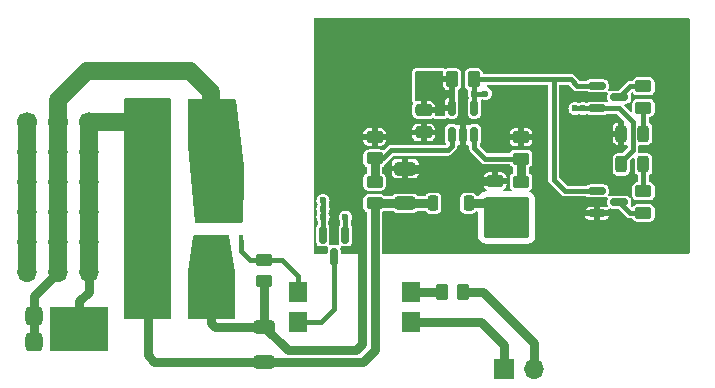
<source format=gbr>
%TF.GenerationSoftware,KiCad,Pcbnew,8.0.0*%
%TF.CreationDate,2024-11-10T13:42:00+01:00*%
%TF.ProjectId,polarizing_coil_driver,706f6c61-7269-47a6-996e-675f636f696c,rev?*%
%TF.SameCoordinates,Original*%
%TF.FileFunction,Copper,L1,Top*%
%TF.FilePolarity,Positive*%
%FSLAX46Y46*%
G04 Gerber Fmt 4.6, Leading zero omitted, Abs format (unit mm)*
G04 Created by KiCad (PCBNEW 8.0.0) date 2024-11-10 13:42:00*
%MOMM*%
%LPD*%
G01*
G04 APERTURE LIST*
G04 Aperture macros list*
%AMRoundRect*
0 Rectangle with rounded corners*
0 $1 Rounding radius*
0 $2 $3 $4 $5 $6 $7 $8 $9 X,Y pos of 4 corners*
0 Add a 4 corners polygon primitive as box body*
4,1,4,$2,$3,$4,$5,$6,$7,$8,$9,$2,$3,0*
0 Add four circle primitives for the rounded corners*
1,1,$1+$1,$2,$3*
1,1,$1+$1,$4,$5*
1,1,$1+$1,$6,$7*
1,1,$1+$1,$8,$9*
0 Add four rect primitives between the rounded corners*
20,1,$1+$1,$2,$3,$4,$5,0*
20,1,$1+$1,$4,$5,$6,$7,0*
20,1,$1+$1,$6,$7,$8,$9,0*
20,1,$1+$1,$8,$9,$2,$3,0*%
%AMFreePoly0*
4,1,9,3.862500,-0.866500,0.737500,-0.866500,0.737500,-0.450000,-0.737500,-0.450000,-0.737500,0.450000,0.737500,0.450000,0.737500,0.866500,3.862500,0.866500,3.862500,-0.866500,3.862500,-0.866500,$1*%
G04 Aperture macros list end*
%TA.AperFunction,ComponentPad*%
%ADD10C,1.700000*%
%TD*%
%TA.AperFunction,ComponentPad*%
%ADD11O,1.700000X1.700000*%
%TD*%
%TA.AperFunction,SMDPad,CuDef*%
%ADD12RoundRect,0.150000X-0.587500X-0.150000X0.587500X-0.150000X0.587500X0.150000X-0.587500X0.150000X0*%
%TD*%
%TA.AperFunction,SMDPad,CuDef*%
%ADD13RoundRect,0.360000X0.360000X0.440000X-0.360000X0.440000X-0.360000X-0.440000X0.360000X-0.440000X0*%
%TD*%
%TA.AperFunction,SMDPad,CuDef*%
%ADD14R,4.960000X3.800000*%
%TD*%
%TA.AperFunction,SMDPad,CuDef*%
%ADD15R,1.500000X1.780000*%
%TD*%
%TA.AperFunction,SMDPad,CuDef*%
%ADD16RoundRect,0.250000X-0.450000X0.262500X-0.450000X-0.262500X0.450000X-0.262500X0.450000X0.262500X0*%
%TD*%
%TA.AperFunction,SMDPad,CuDef*%
%ADD17R,4.000000X4.000000*%
%TD*%
%TA.AperFunction,SMDPad,CuDef*%
%ADD18RoundRect,0.150000X0.150000X-0.512500X0.150000X0.512500X-0.150000X0.512500X-0.150000X-0.512500X0*%
%TD*%
%TA.AperFunction,SMDPad,CuDef*%
%ADD19RoundRect,0.250000X0.450000X-0.262500X0.450000X0.262500X-0.450000X0.262500X-0.450000X-0.262500X0*%
%TD*%
%TA.AperFunction,SMDPad,CuDef*%
%ADD20RoundRect,0.150000X-0.150000X0.587500X-0.150000X-0.587500X0.150000X-0.587500X0.150000X0.587500X0*%
%TD*%
%TA.AperFunction,ComponentPad*%
%ADD21R,1.700000X1.700000*%
%TD*%
%TA.AperFunction,SMDPad,CuDef*%
%ADD22RoundRect,0.250000X0.650000X-0.325000X0.650000X0.325000X-0.650000X0.325000X-0.650000X-0.325000X0*%
%TD*%
%TA.AperFunction,SMDPad,CuDef*%
%ADD23RoundRect,0.243750X0.243750X0.456250X-0.243750X0.456250X-0.243750X-0.456250X0.243750X-0.456250X0*%
%TD*%
%TA.AperFunction,SMDPad,CuDef*%
%ADD24RoundRect,0.250000X-0.262500X-0.450000X0.262500X-0.450000X0.262500X0.450000X-0.262500X0.450000X0*%
%TD*%
%TA.AperFunction,SMDPad,CuDef*%
%ADD25RoundRect,0.250000X0.475000X-0.250000X0.475000X0.250000X-0.475000X0.250000X-0.475000X-0.250000X0*%
%TD*%
%TA.AperFunction,SMDPad,CuDef*%
%ADD26RoundRect,0.250000X-0.475000X0.250000X-0.475000X-0.250000X0.475000X-0.250000X0.475000X0.250000X0*%
%TD*%
%TA.AperFunction,SMDPad,CuDef*%
%ADD27RoundRect,0.243750X-0.243750X-0.456250X0.243750X-0.456250X0.243750X0.456250X-0.243750X0.456250X0*%
%TD*%
%TA.AperFunction,SMDPad,CuDef*%
%ADD28R,0.457200X1.016000*%
%TD*%
%TA.AperFunction,SMDPad,CuDef*%
%ADD29R,3.988000X3.835000*%
%TD*%
%TA.AperFunction,SMDPad,CuDef*%
%ADD30RoundRect,0.225000X-0.225000X0.425000X-0.225000X-0.425000X0.225000X-0.425000X0.225000X0.425000X0*%
%TD*%
%TA.AperFunction,SMDPad,CuDef*%
%ADD31FreePoly0,270.000000*%
%TD*%
%TA.AperFunction,ViaPad*%
%ADD32C,0.600000*%
%TD*%
%TA.AperFunction,Conductor*%
%ADD33C,1.500000*%
%TD*%
%TA.AperFunction,Conductor*%
%ADD34C,0.800000*%
%TD*%
%TA.AperFunction,Conductor*%
%ADD35C,0.400000*%
%TD*%
G04 APERTURE END LIST*
D10*
%TO.P,J4,1,Pin_1*%
%TO.N,Net-(J4-Pin_1)*%
X105400000Y-111813245D03*
D11*
%TO.P,J4,2,Pin_2*%
X105400000Y-114353245D03*
%TO.P,J4,3,Pin_3*%
X105400000Y-116893245D03*
%TO.P,J4,4,Pin_4*%
X105400000Y-119433245D03*
%TO.P,J4,5,Pin_5*%
X105400000Y-121973245D03*
%TO.P,J4,6,Pin_6*%
X105400000Y-124513245D03*
%TD*%
D12*
%TO.P,Q3,1,G*%
%TO.N,V_DISABLE*%
X153650000Y-117650000D03*
%TO.P,Q3,2,S*%
%TO.N,BATTERY-*%
X153650000Y-119550000D03*
%TO.P,Q3,3,D*%
%TO.N,Net-(Q3-D)*%
X155525000Y-118600000D03*
%TD*%
D13*
%TO.P,D3,1,A*%
%TO.N,Net-(J3-Pin_1)*%
X106000000Y-128270000D03*
%TO.P,D3,2,A*%
X106000000Y-130400000D03*
D14*
%TO.P,D3,3,K*%
%TO.N,BATTERY+*%
X109800000Y-129335000D03*
%TD*%
D15*
%TO.P,U3,1*%
%TO.N,Net-(J1-Pin_1)*%
X137865000Y-128770000D03*
%TO.P,U3,2*%
%TO.N,Net-(R9-Pad1)*%
X137865000Y-126230000D03*
%TO.P,U3,3*%
%TO.N,GATE_DRIVE*%
X128335000Y-126230000D03*
%TO.P,U3,4*%
%TO.N,Net-(Q2-D)*%
X128335000Y-128770000D03*
%TD*%
D16*
%TO.P,R8,1*%
%TO.N,Net-(D2-K)*%
X157587500Y-117687500D03*
%TO.P,R8,2*%
%TO.N,Net-(Q3-D)*%
X157587500Y-119512500D03*
%TD*%
%TO.P,R6,1*%
%TO.N,GATE_DRIVE*%
X125500000Y-123487500D03*
%TO.P,R6,2*%
%TO.N,BATTERY-*%
X125500000Y-125312500D03*
%TD*%
D10*
%TO.P,J3,1,Pin_1*%
%TO.N,Net-(J3-Pin_1)*%
X108000000Y-111813245D03*
D11*
%TO.P,J3,2,Pin_2*%
X108000000Y-114353245D03*
%TO.P,J3,3,Pin_3*%
X108000000Y-116893245D03*
%TO.P,J3,4,Pin_4*%
X108000000Y-119433245D03*
%TO.P,J3,5,Pin_5*%
X108000000Y-121973245D03*
%TO.P,J3,6,Pin_6*%
X108000000Y-124513245D03*
%TD*%
D17*
%TO.P,TP4,1,1*%
%TO.N,Net-(J3-Pin_1)*%
X121000000Y-111813245D03*
%TD*%
D18*
%TO.P,U2,1,-*%
%TO.N,BAT_REF*%
X141356606Y-112887500D03*
%TO.P,U2,2,V-*%
%TO.N,BATTERY-*%
X142306606Y-112887500D03*
%TO.P,U2,3,+*%
%TO.N,+4V5*%
X143256606Y-112887500D03*
%TO.P,U2,4*%
%TO.N,V_DISABLE*%
X143256606Y-110612500D03*
%TO.P,U2,5,V+*%
%TO.N,+9V*%
X141356606Y-110612500D03*
%TD*%
D17*
%TO.P,TP1,1,1*%
%TO.N,BATTERY+*%
X115600000Y-126500000D03*
%TD*%
D19*
%TO.P,R2,1*%
%TO.N,BAT_REF*%
X134818750Y-114900000D03*
%TO.P,R2,2*%
%TO.N,BATTERY-*%
X134818750Y-113075000D03*
%TD*%
D20*
%TO.P,Q2,1,G*%
%TO.N,V_DISABLE*%
X132350000Y-121362500D03*
%TO.P,Q2,2,S*%
%TO.N,+9V*%
X130450000Y-121362500D03*
%TO.P,Q2,3,D*%
%TO.N,Net-(Q2-D)*%
X131400000Y-123237500D03*
%TD*%
D12*
%TO.P,Q1,1,G*%
%TO.N,V_DISABLE*%
X153650000Y-108750000D03*
%TO.P,Q1,2,S*%
%TO.N,+9V*%
X153650000Y-110650000D03*
%TO.P,Q1,3,D*%
%TO.N,Net-(Q1-D)*%
X155525000Y-109700000D03*
%TD*%
D19*
%TO.P,R1,1*%
%TO.N,BATTERY+*%
X134818750Y-118700000D03*
%TO.P,R1,2*%
%TO.N,BAT_REF*%
X134818750Y-116875000D03*
%TD*%
D21*
%TO.P,J1,1,Pin_1*%
%TO.N,Net-(J1-Pin_1)*%
X145760000Y-132700000D03*
D11*
%TO.P,J1,2,Pin_2*%
%TO.N,Net-(J1-Pin_2)*%
X148300000Y-132700000D03*
%TD*%
D22*
%TO.P,C1,1*%
%TO.N,BATTERY+*%
X137418750Y-118700000D03*
%TO.P,C1,2*%
%TO.N,BATTERY-*%
X137418750Y-115750000D03*
%TD*%
%TO.P,C4,1*%
%TO.N,BATTERY+*%
X125500000Y-132100000D03*
%TO.P,C4,2*%
%TO.N,BATTERY-*%
X125500000Y-129150000D03*
%TD*%
D23*
%TO.P,D2,1,K*%
%TO.N,Net-(D2-K)*%
X157587500Y-115400000D03*
%TO.P,D2,2,A*%
%TO.N,+9V*%
X155712500Y-115400000D03*
%TD*%
D16*
%TO.P,R7,1*%
%TO.N,Net-(Q1-D)*%
X157587500Y-108787500D03*
%TO.P,R7,2*%
%TO.N,Net-(D1-A)*%
X157587500Y-110612500D03*
%TD*%
D19*
%TO.P,R4,1*%
%TO.N,+4V5*%
X147218750Y-114928437D03*
%TO.P,R4,2*%
%TO.N,BATTERY-*%
X147218750Y-113103437D03*
%TD*%
D24*
%TO.P,R9,1*%
%TO.N,Net-(R9-Pad1)*%
X140487500Y-126230000D03*
%TO.P,R9,2*%
%TO.N,Net-(J1-Pin_2)*%
X142312500Y-126230000D03*
%TD*%
D25*
%TO.P,C2,1*%
%TO.N,+9V*%
X145018750Y-118700000D03*
%TO.P,C2,2*%
%TO.N,BATTERY-*%
X145018750Y-116800000D03*
%TD*%
D17*
%TO.P,TP2,1,1*%
%TO.N,BATTERY-*%
X121000000Y-126500000D03*
%TD*%
D10*
%TO.P,J2,1,Pin_1*%
%TO.N,BATTERY+*%
X110600000Y-111813245D03*
D11*
%TO.P,J2,2,Pin_2*%
X110600000Y-114353245D03*
%TO.P,J2,3,Pin_3*%
X110600000Y-116893245D03*
%TO.P,J2,4,Pin_4*%
X110600000Y-119433245D03*
%TO.P,J2,5,Pin_5*%
X110600000Y-121973245D03*
%TO.P,J2,6,Pin_6*%
X110600000Y-124513245D03*
%TD*%
D26*
%TO.P,C3,1*%
%TO.N,+9V*%
X138975852Y-110800000D03*
%TO.P,C3,2*%
%TO.N,BATTERY-*%
X138975852Y-112700000D03*
%TD*%
D27*
%TO.P,D1,1,K*%
%TO.N,BATTERY-*%
X155712500Y-112800000D03*
%TO.P,D1,2,A*%
%TO.N,Net-(D1-A)*%
X157587500Y-112800000D03*
%TD*%
D17*
%TO.P,TP3,1,1*%
%TO.N,BATTERY+*%
X115610000Y-111813245D03*
%TD*%
D19*
%TO.P,R3,1*%
%TO.N,+9V*%
X147218750Y-118700000D03*
%TO.P,R3,2*%
%TO.N,+4V5*%
X147218750Y-116875000D03*
%TD*%
D24*
%TO.P,R5,1*%
%TO.N,+9V*%
X141396311Y-108191189D03*
%TO.P,R5,2*%
%TO.N,V_DISABLE*%
X143221311Y-108191189D03*
%TD*%
D28*
%TO.P,Q4,1,S*%
%TO.N,BATTERY-*%
X119730000Y-121856845D03*
%TO.P,Q4,2,S*%
X121000000Y-121856845D03*
%TO.P,Q4,3,S*%
X122270000Y-121856845D03*
%TO.P,Q4,4,G*%
%TO.N,GATE_DRIVE*%
X123540000Y-121856845D03*
D29*
%TO.P,Q4,5,D*%
%TO.N,Net-(J3-Pin_1)*%
X121635000Y-118435045D03*
D28*
X123540000Y-116013245D03*
%TO.P,Q4,6,D*%
X122270000Y-116013245D03*
%TO.P,Q4,7,D*%
X121000000Y-116013245D03*
%TO.P,Q4,8,D*%
X119730000Y-116013245D03*
%TD*%
D30*
%TO.P,U4,1,OUT*%
%TO.N,+9V*%
X142781250Y-118700000D03*
D31*
%TO.P,U4,2,GND*%
%TO.N,BATTERY-*%
X141281250Y-118787500D03*
D30*
%TO.P,U4,3,IN*%
%TO.N,BATTERY+*%
X139781250Y-118700000D03*
%TD*%
D32*
%TO.N,BATTERY+*%
X116300000Y-118000000D03*
X114800000Y-115000000D03*
X116300000Y-121000000D03*
X116300000Y-125500000D03*
X116300000Y-116500000D03*
X116300000Y-119500000D03*
X114800000Y-112700000D03*
X114800000Y-121000000D03*
X114800000Y-116500000D03*
X114800000Y-119500000D03*
X114800000Y-127000000D03*
X116300000Y-127000000D03*
X116300000Y-111200000D03*
X114800000Y-111200000D03*
X114800000Y-122500000D03*
X114800000Y-118000000D03*
X116300000Y-115000000D03*
X116300000Y-122500000D03*
X116300000Y-112700000D03*
X114800000Y-125500000D03*
%TO.N,BATTERY-*%
X120200000Y-125500000D03*
X121700000Y-127000000D03*
X120400000Y-123300000D03*
X121700000Y-125500000D03*
X120200000Y-127000000D03*
X121700000Y-123300000D03*
%TO.N,+9V*%
X144800000Y-120000000D03*
X151781250Y-110656250D03*
X138900000Y-108150000D03*
X144800000Y-121100000D03*
X147200000Y-121100000D03*
X138900000Y-109250000D03*
X146000000Y-121100000D03*
X146000000Y-120000000D03*
X139950000Y-108150000D03*
X147200000Y-120000000D03*
X130450000Y-119150000D03*
X130450000Y-118450000D03*
X152481250Y-110656250D03*
X139950000Y-109250000D03*
X130450000Y-119850000D03*
%TO.N,V_DISABLE*%
X143250000Y-109400000D03*
X132350000Y-119850000D03*
X144200000Y-109400000D03*
%TO.N,Net-(J3-Pin_1)*%
X121000000Y-118500000D03*
X120200000Y-111113245D03*
X120500000Y-114713245D03*
X121800000Y-111113245D03*
X122500000Y-118500000D03*
X121000000Y-117000000D03*
X121800000Y-112613245D03*
X120200000Y-112613245D03*
X122500000Y-117000000D03*
X122000000Y-114713245D03*
%TD*%
D33*
%TO.N,BATTERY+*%
X110600000Y-124513245D02*
X110600000Y-121973245D01*
D34*
X115000000Y-127000000D02*
X115600000Y-126500000D01*
X134818750Y-131131250D02*
X133850000Y-132100000D01*
D33*
X110600000Y-119433245D02*
X110600000Y-121973245D01*
D34*
X139781250Y-118700000D02*
X137418750Y-118700000D01*
X133850000Y-132100000D02*
X116150000Y-132100000D01*
D33*
X115610000Y-111813245D02*
X110600000Y-111813245D01*
D34*
X116150000Y-132100000D02*
X115600000Y-131550000D01*
X115600000Y-131550000D02*
X115600000Y-126500000D01*
X137418750Y-118700000D02*
X134818750Y-118700000D01*
D33*
X110600000Y-114353245D02*
X110600000Y-116893245D01*
D34*
X109800000Y-129335000D02*
X109800000Y-127000000D01*
X109800000Y-127000000D02*
X110600000Y-126200000D01*
D33*
X110600000Y-111813245D02*
X110600000Y-114353245D01*
X110600000Y-116893245D02*
X110600000Y-119433245D01*
D34*
X115610000Y-126490000D02*
X115600000Y-126500000D01*
X134818750Y-118700000D02*
X134818750Y-131131250D01*
X110600000Y-126200000D02*
X110600000Y-124513245D01*
%TO.N,BATTERY-*%
X133218750Y-131100000D02*
X133750000Y-130568750D01*
X121000000Y-128800000D02*
X121350000Y-129150000D01*
X121000000Y-126500000D02*
X121500000Y-127000000D01*
X125500000Y-125312500D02*
X125500000Y-129150000D01*
X127450000Y-131100000D02*
X125500000Y-129150000D01*
X141750000Y-116800000D02*
X140700000Y-115750000D01*
X133218750Y-131100000D02*
X127450000Y-131100000D01*
X140700000Y-115750000D02*
X137418750Y-115750000D01*
X133750000Y-130568750D02*
X133750000Y-121450000D01*
X145018750Y-116800000D02*
X141750000Y-116800000D01*
X121350000Y-129150000D02*
X125500000Y-129150000D01*
X121000000Y-128800000D02*
X121000000Y-126500000D01*
D35*
%TO.N,+9V*%
X153650000Y-110650000D02*
X151781250Y-110656250D01*
D34*
X147218750Y-118700000D02*
X145018750Y-118700000D01*
D35*
X151781250Y-110656250D02*
X151787500Y-110650000D01*
X130450000Y-118450000D02*
X130450000Y-118400000D01*
X153650000Y-110650000D02*
X155537500Y-110650000D01*
X156687500Y-114200000D02*
X155712500Y-115175000D01*
X130450000Y-119150000D02*
X130450000Y-118450000D01*
X155712500Y-115175000D02*
X155712500Y-115400000D01*
X141356606Y-110612500D02*
X140487500Y-110612500D01*
X130450000Y-119850000D02*
X130450000Y-119150000D01*
X140300000Y-110800000D02*
X138975852Y-110800000D01*
X141356606Y-110612500D02*
X141356606Y-108230894D01*
X130450000Y-121362500D02*
X130450000Y-119850000D01*
X141356606Y-108230894D02*
X141396311Y-108191189D01*
D34*
X142781250Y-118700000D02*
X145018750Y-118700000D01*
D35*
X155537500Y-110650000D02*
X156687500Y-111800000D01*
X140487500Y-110612500D02*
X140300000Y-110800000D01*
X156687500Y-111800000D02*
X156687500Y-114200000D01*
%TO.N,BAT_REF*%
X141356606Y-113843394D02*
X141000000Y-114200000D01*
X135550000Y-114900000D02*
X134818750Y-114900000D01*
X141000000Y-114200000D02*
X136250000Y-114200000D01*
D34*
X134818750Y-116875000D02*
X134818750Y-114900000D01*
D35*
X141356606Y-112887500D02*
X141356606Y-113843394D01*
X136250000Y-114200000D02*
X135550000Y-114900000D01*
%TO.N,+4V5*%
X144178437Y-114928437D02*
X147218750Y-114928437D01*
X143256606Y-114006606D02*
X144178437Y-114928437D01*
D34*
X147218750Y-116875000D02*
X147218750Y-114928437D01*
D35*
X143256606Y-112887500D02*
X143256606Y-114006606D01*
%TO.N,V_DISABLE*%
X143250000Y-109400000D02*
X143256606Y-109393394D01*
X143221311Y-108191189D02*
X150000000Y-108191189D01*
X143256606Y-109393394D02*
X143256606Y-108226484D01*
X149981250Y-116706250D02*
X149981250Y-108209939D01*
X143256606Y-109406606D02*
X143250000Y-109400000D01*
X143256606Y-108226484D02*
X143221311Y-108191189D01*
X152000000Y-108750000D02*
X153650000Y-108750000D01*
X151441189Y-108191189D02*
X152000000Y-108750000D01*
X132350000Y-119850000D02*
X132350000Y-119800000D01*
X150925000Y-117650000D02*
X153650000Y-117650000D01*
X149981250Y-116706250D02*
X150925000Y-117650000D01*
X150000000Y-108191189D02*
X151441189Y-108191189D01*
X143256606Y-110612500D02*
X143256606Y-109406606D01*
X143250000Y-109400000D02*
X144200000Y-109400000D01*
X132350000Y-121362500D02*
X132350000Y-119850000D01*
X149981250Y-108209939D02*
X150000000Y-108191189D01*
%TO.N,Net-(Q2-D)*%
X131400000Y-127650000D02*
X130280000Y-128770000D01*
X131400000Y-123237500D02*
X131400000Y-127650000D01*
X130280000Y-128770000D02*
X128335000Y-128770000D01*
%TO.N,GATE_DRIVE*%
X124287500Y-123487500D02*
X125500000Y-123487500D01*
X123540000Y-122740000D02*
X123540000Y-121856845D01*
X126987500Y-123487500D02*
X128335000Y-124835000D01*
X125500000Y-123487500D02*
X126987500Y-123487500D01*
X123540000Y-122740000D02*
X124287500Y-123487500D01*
X128335000Y-124835000D02*
X128335000Y-126230000D01*
%TO.N,Net-(D1-A)*%
X157587500Y-110612500D02*
X157587500Y-112800000D01*
%TO.N,Net-(D2-K)*%
X157587500Y-117687500D02*
X157587500Y-115400000D01*
%TO.N,Net-(Q1-D)*%
X157587500Y-108787500D02*
X156437500Y-108787500D01*
X156437500Y-108787500D02*
X155525000Y-109700000D01*
%TO.N,Net-(Q3-D)*%
X157587500Y-119512500D02*
X156437500Y-119512500D01*
X156437500Y-119512500D02*
X155525000Y-118600000D01*
D34*
%TO.N,Net-(R9-Pad1)*%
X137865000Y-126230000D02*
X140487500Y-126230000D01*
%TO.N,Net-(J1-Pin_2)*%
X142312500Y-126230000D02*
X144030000Y-126230000D01*
X148300000Y-130500000D02*
X148300000Y-132700000D01*
X144030000Y-126230000D02*
X148300000Y-130500000D01*
%TO.N,Net-(J1-Pin_1)*%
X137865000Y-128770000D02*
X143870000Y-128770000D01*
X145760000Y-130660000D02*
X145760000Y-132700000D01*
X143870000Y-128770000D02*
X145760000Y-130660000D01*
D35*
%TO.N,Net-(J3-Pin_1)*%
X121000000Y-110253600D02*
X121010000Y-110243600D01*
D34*
X106000000Y-126513245D02*
X108000000Y-124513245D01*
D33*
X108000000Y-121973245D02*
X108000000Y-119433245D01*
X108000000Y-114353245D02*
X108000000Y-111813245D01*
X108000000Y-119433245D02*
X108000000Y-116893245D01*
D34*
X106000000Y-130400000D02*
X106000000Y-128270000D01*
D33*
X119200000Y-107500000D02*
X110450000Y-107500000D01*
X121000000Y-109300000D02*
X121000000Y-111813245D01*
X108000000Y-116893245D02*
X108000000Y-114353245D01*
D34*
X106000000Y-128270000D02*
X106000000Y-126513245D01*
D33*
X108000000Y-109950000D02*
X110450000Y-107500000D01*
X108000000Y-124513245D02*
X108000000Y-121973245D01*
X119200000Y-107500000D02*
X121000000Y-109300000D01*
X108000000Y-111813245D02*
X108000000Y-109950000D01*
%TO.N,Net-(J4-Pin_1)*%
X105400000Y-116893245D02*
X105400000Y-114353245D01*
X105400000Y-119433245D02*
X105400000Y-116893245D01*
X105400000Y-111813245D02*
X105400000Y-114353245D01*
X105400000Y-124513245D02*
X105400000Y-121973245D01*
X105400000Y-121973245D02*
X105400000Y-119433245D01*
%TD*%
%TA.AperFunction,Conductor*%
%TO.N,+9V*%
G36*
X140583593Y-107519685D02*
G01*
X140629348Y-107572489D01*
X140639843Y-107637257D01*
X140633811Y-107693347D01*
X140633811Y-107941189D01*
X141522311Y-107941189D01*
X141589350Y-107960874D01*
X141635105Y-108013678D01*
X141646311Y-108065189D01*
X141646311Y-109168316D01*
X141647166Y-109169882D01*
X141650000Y-109196240D01*
X141650000Y-109616625D01*
X141630315Y-109683664D01*
X141606606Y-109710830D01*
X141606606Y-110738500D01*
X141586921Y-110805539D01*
X141534117Y-110851294D01*
X141482606Y-110862500D01*
X140806607Y-110862500D01*
X140806607Y-111156477D01*
X140806626Y-111156597D01*
X140806619Y-111156645D01*
X140806989Y-111161341D01*
X140806003Y-111161418D01*
X140797674Y-111225891D01*
X140752680Y-111279345D01*
X140685929Y-111299987D01*
X140684153Y-111300000D01*
X140067162Y-111300000D01*
X140000123Y-111280315D01*
X139954368Y-111227511D01*
X139943873Y-111162744D01*
X139950851Y-111097844D01*
X139950852Y-111097827D01*
X139950852Y-111050000D01*
X138849852Y-111050000D01*
X138782813Y-111030315D01*
X138737058Y-110977511D01*
X138725852Y-110926000D01*
X138725852Y-110050000D01*
X139225852Y-110050000D01*
X139225852Y-110550000D01*
X139950852Y-110550000D01*
X139950852Y-110502172D01*
X139950851Y-110502155D01*
X139944450Y-110442627D01*
X139944448Y-110442620D01*
X139914565Y-110362500D01*
X140806606Y-110362500D01*
X141106606Y-110362500D01*
X141106606Y-109710851D01*
X141081462Y-109714833D01*
X140968559Y-109772360D01*
X140968555Y-109772363D01*
X140878969Y-109861949D01*
X140878966Y-109861953D01*
X140821439Y-109974855D01*
X140806606Y-110068513D01*
X140806606Y-110362500D01*
X139914565Y-110362500D01*
X139894206Y-110307913D01*
X139894202Y-110307906D01*
X139808042Y-110192812D01*
X139808039Y-110192809D01*
X139692945Y-110106649D01*
X139692938Y-110106645D01*
X139558231Y-110056403D01*
X139558224Y-110056401D01*
X139498696Y-110050000D01*
X139225852Y-110050000D01*
X138725852Y-110050000D01*
X138453024Y-110050000D01*
X138453005Y-110050001D01*
X138387255Y-110057070D01*
X138318496Y-110044665D01*
X138267358Y-109997055D01*
X138250000Y-109933781D01*
X138250000Y-108441189D01*
X140633811Y-108441189D01*
X140633811Y-108689033D01*
X140640212Y-108748561D01*
X140640214Y-108748568D01*
X140690456Y-108883275D01*
X140690460Y-108883282D01*
X140776620Y-108998376D01*
X140776623Y-108998379D01*
X140891717Y-109084539D01*
X140891724Y-109084543D01*
X141026431Y-109134785D01*
X141026438Y-109134787D01*
X141085966Y-109141188D01*
X141085983Y-109141189D01*
X141146311Y-109141189D01*
X141146311Y-108441189D01*
X140633811Y-108441189D01*
X138250000Y-108441189D01*
X138250000Y-107624000D01*
X138269685Y-107556961D01*
X138322489Y-107511206D01*
X138374000Y-107500000D01*
X140516554Y-107500000D01*
X140583593Y-107519685D01*
G37*
%TD.AperFunction*%
%TD*%
%TA.AperFunction,Conductor*%
%TO.N,BATTERY-*%
G36*
X161443039Y-103019685D02*
G01*
X161488794Y-103072489D01*
X161500000Y-103124000D01*
X161500000Y-122876000D01*
X161480315Y-122943039D01*
X161427511Y-122988794D01*
X161376000Y-123000000D01*
X135593250Y-123000000D01*
X135526211Y-122980315D01*
X135480456Y-122927511D01*
X135469250Y-122876000D01*
X135469250Y-119499679D01*
X135488935Y-119432640D01*
X135518937Y-119400414D01*
X135552577Y-119375231D01*
X135618041Y-119350816D01*
X135626886Y-119350500D01*
X136327796Y-119350500D01*
X136394835Y-119370185D01*
X136403907Y-119377495D01*
X136404105Y-119377232D01*
X136526414Y-119468793D01*
X136526421Y-119468797D01*
X136661267Y-119519091D01*
X136661266Y-119519091D01*
X136668194Y-119519835D01*
X136720877Y-119525500D01*
X138116622Y-119525499D01*
X138176233Y-119519091D01*
X138311081Y-119468796D01*
X138327711Y-119456347D01*
X138433395Y-119377232D01*
X138435189Y-119379629D01*
X138483346Y-119353334D01*
X138509704Y-119350500D01*
X139069014Y-119350500D01*
X139136053Y-119370185D01*
X139168279Y-119400188D01*
X139216563Y-119464687D01*
X139326024Y-119546628D01*
X139454136Y-119594412D01*
X139510765Y-119600500D01*
X140051734Y-119600499D01*
X140108364Y-119594412D01*
X140236476Y-119546628D01*
X140345937Y-119464687D01*
X140427878Y-119355226D01*
X140475662Y-119227114D01*
X140480425Y-119182813D01*
X140481749Y-119170501D01*
X140481749Y-119170490D01*
X140481750Y-119170485D01*
X140481750Y-119170481D01*
X142080750Y-119170481D01*
X142080751Y-119170490D01*
X142086837Y-119227114D01*
X142121499Y-119320043D01*
X142134622Y-119355226D01*
X142216563Y-119464687D01*
X142326024Y-119546628D01*
X142454136Y-119594412D01*
X142510765Y-119600500D01*
X143051734Y-119600499D01*
X143108364Y-119594412D01*
X143236476Y-119546628D01*
X143345937Y-119464687D01*
X143371234Y-119430892D01*
X143427166Y-119389023D01*
X143496857Y-119384039D01*
X143558181Y-119417523D01*
X143591666Y-119478846D01*
X143594500Y-119505205D01*
X143594500Y-121476000D01*
X143594501Y-121476009D01*
X143606052Y-121583450D01*
X143606054Y-121583462D01*
X143617260Y-121634972D01*
X143651383Y-121737497D01*
X143651386Y-121737503D01*
X143729171Y-121858537D01*
X143729179Y-121858548D01*
X143774923Y-121911340D01*
X143774926Y-121911343D01*
X143774930Y-121911347D01*
X143883664Y-122005567D01*
X143883667Y-122005568D01*
X143883668Y-122005569D01*
X143977925Y-122048616D01*
X144014541Y-122065338D01*
X144081580Y-122085023D01*
X144081584Y-122085024D01*
X144224000Y-122105500D01*
X144224003Y-122105500D01*
X147775990Y-122105500D01*
X147776000Y-122105500D01*
X147883456Y-122093947D01*
X147934967Y-122082741D01*
X147969197Y-122071347D01*
X148037497Y-122048616D01*
X148037501Y-122048613D01*
X148037504Y-122048613D01*
X148158543Y-121970825D01*
X148211347Y-121925070D01*
X148305567Y-121816336D01*
X148365338Y-121685459D01*
X148385023Y-121618420D01*
X148385024Y-121618416D01*
X148405500Y-121476000D01*
X148405500Y-119800000D01*
X152673351Y-119800000D01*
X152677333Y-119825143D01*
X152734860Y-119938046D01*
X152734863Y-119938050D01*
X152824449Y-120027636D01*
X152824453Y-120027639D01*
X152937355Y-120085166D01*
X153031014Y-120099999D01*
X153399999Y-120099999D01*
X153400000Y-120099998D01*
X153400000Y-119800000D01*
X153900000Y-119800000D01*
X153900000Y-120099999D01*
X154268979Y-120099999D01*
X154362649Y-120085164D01*
X154362655Y-120085162D01*
X154475541Y-120027643D01*
X154475550Y-120027636D01*
X154565136Y-119938050D01*
X154565139Y-119938046D01*
X154622666Y-119825143D01*
X154626649Y-119800000D01*
X153900000Y-119800000D01*
X153400000Y-119800000D01*
X152673351Y-119800000D01*
X148405500Y-119800000D01*
X148405500Y-119300000D01*
X152673351Y-119300000D01*
X153400000Y-119300000D01*
X153400000Y-119000000D01*
X153031020Y-119000000D01*
X152937350Y-119014835D01*
X152937344Y-119014837D01*
X152824458Y-119072356D01*
X152824449Y-119072363D01*
X152734863Y-119161949D01*
X152734860Y-119161953D01*
X152677333Y-119274856D01*
X152673351Y-119300000D01*
X148405500Y-119300000D01*
X148405500Y-118324000D01*
X148393947Y-118216544D01*
X148382741Y-118165033D01*
X148370432Y-118128050D01*
X148348616Y-118062502D01*
X148348613Y-118062496D01*
X148345324Y-118057379D01*
X148270825Y-117941457D01*
X148265501Y-117935313D01*
X148225076Y-117888659D01*
X148225072Y-117888656D01*
X148225070Y-117888653D01*
X148116336Y-117794433D01*
X148116333Y-117794431D01*
X148116331Y-117794430D01*
X148002121Y-117742271D01*
X147949317Y-117696516D01*
X147929633Y-117629476D01*
X147949318Y-117562437D01*
X147979319Y-117530212D01*
X148026296Y-117495046D01*
X148112546Y-117379831D01*
X148162841Y-117244983D01*
X148169250Y-117185373D01*
X148169249Y-116564628D01*
X148162841Y-116505017D01*
X148139568Y-116442620D01*
X148112547Y-116370171D01*
X148112543Y-116370164D01*
X148026297Y-116254955D01*
X147918938Y-116174585D01*
X147877068Y-116118651D01*
X147869250Y-116075319D01*
X147869250Y-115728117D01*
X147888935Y-115661078D01*
X147918937Y-115628851D01*
X148026296Y-115548483D01*
X148112546Y-115433268D01*
X148162841Y-115298420D01*
X148169250Y-115238810D01*
X148169249Y-114618065D01*
X148163060Y-114560489D01*
X148162841Y-114558453D01*
X148112547Y-114423608D01*
X148112543Y-114423601D01*
X148026297Y-114308392D01*
X148026294Y-114308389D01*
X147911085Y-114222143D01*
X147911078Y-114222139D01*
X147776232Y-114171845D01*
X147776233Y-114171845D01*
X147716633Y-114165438D01*
X147716631Y-114165437D01*
X147716623Y-114165437D01*
X147716614Y-114165437D01*
X146720879Y-114165437D01*
X146720873Y-114165438D01*
X146661266Y-114171845D01*
X146526421Y-114222139D01*
X146526414Y-114222143D01*
X146411205Y-114308389D01*
X146411202Y-114308392D01*
X146321478Y-114428248D01*
X146265544Y-114470119D01*
X146222212Y-114477937D01*
X144416402Y-114477937D01*
X144349363Y-114458252D01*
X144328721Y-114441618D01*
X143743425Y-113856322D01*
X143709940Y-113794999D01*
X143707106Y-113768641D01*
X143707106Y-113716551D01*
X143726791Y-113649512D01*
X143730787Y-113643666D01*
X143734650Y-113638347D01*
X143734656Y-113638342D01*
X143792252Y-113525304D01*
X143792252Y-113525302D01*
X143792253Y-113525301D01*
X143807105Y-113431524D01*
X143807106Y-113431519D01*
X143807106Y-113353437D01*
X146268750Y-113353437D01*
X146268750Y-113413781D01*
X146275151Y-113473309D01*
X146275153Y-113473316D01*
X146325395Y-113608023D01*
X146325399Y-113608030D01*
X146411559Y-113723124D01*
X146411562Y-113723127D01*
X146526656Y-113809287D01*
X146526663Y-113809291D01*
X146661370Y-113859533D01*
X146661377Y-113859535D01*
X146720905Y-113865936D01*
X146720922Y-113865937D01*
X146968750Y-113865937D01*
X146968750Y-113353437D01*
X147468750Y-113353437D01*
X147468750Y-113865937D01*
X147716578Y-113865937D01*
X147716594Y-113865936D01*
X147776122Y-113859535D01*
X147776129Y-113859533D01*
X147910836Y-113809291D01*
X147910843Y-113809287D01*
X148025937Y-113723127D01*
X148025940Y-113723124D01*
X148112100Y-113608030D01*
X148112104Y-113608023D01*
X148162346Y-113473316D01*
X148162348Y-113473309D01*
X148168749Y-113413781D01*
X148168750Y-113413764D01*
X148168750Y-113353437D01*
X147468750Y-113353437D01*
X146968750Y-113353437D01*
X146268750Y-113353437D01*
X143807106Y-113353437D01*
X143807105Y-112853437D01*
X146268750Y-112853437D01*
X146968750Y-112853437D01*
X146968750Y-112340937D01*
X147468750Y-112340937D01*
X147468750Y-112853437D01*
X148168750Y-112853437D01*
X148168750Y-112793109D01*
X148168749Y-112793092D01*
X148162348Y-112733564D01*
X148162346Y-112733557D01*
X148112104Y-112598850D01*
X148112100Y-112598843D01*
X148025940Y-112483749D01*
X148025937Y-112483746D01*
X147910843Y-112397586D01*
X147910836Y-112397582D01*
X147776129Y-112347340D01*
X147776122Y-112347338D01*
X147716594Y-112340937D01*
X147468750Y-112340937D01*
X146968750Y-112340937D01*
X146720905Y-112340937D01*
X146661377Y-112347338D01*
X146661370Y-112347340D01*
X146526663Y-112397582D01*
X146526656Y-112397586D01*
X146411562Y-112483746D01*
X146411559Y-112483749D01*
X146325399Y-112598843D01*
X146325395Y-112598850D01*
X146275153Y-112733557D01*
X146275151Y-112733564D01*
X146268750Y-112793092D01*
X146268750Y-112853437D01*
X143807105Y-112853437D01*
X143807105Y-112343482D01*
X143792252Y-112249696D01*
X143734656Y-112136658D01*
X143734652Y-112136654D01*
X143734651Y-112136652D01*
X143644953Y-112046954D01*
X143644950Y-112046952D01*
X143644948Y-112046950D01*
X143565845Y-112006645D01*
X143531907Y-111989352D01*
X143438130Y-111974500D01*
X143075088Y-111974500D01*
X142994125Y-111987323D01*
X142981302Y-111989354D01*
X142868264Y-112046950D01*
X142868263Y-112046951D01*
X142860365Y-112052689D01*
X142859464Y-112051449D01*
X142807611Y-112079764D01*
X142737919Y-112074780D01*
X142703069Y-112052382D01*
X142702550Y-112053098D01*
X142694652Y-112047360D01*
X142581749Y-111989833D01*
X142556606Y-111985851D01*
X142556606Y-113789146D01*
X142556607Y-113789147D01*
X142581752Y-113785165D01*
X142625810Y-113762717D01*
X142694479Y-113749820D01*
X142759220Y-113776096D01*
X142799478Y-113833202D01*
X142806106Y-113873201D01*
X142806106Y-114065916D01*
X142825152Y-114136999D01*
X142836806Y-114180491D01*
X142836806Y-114180492D01*
X142860852Y-114222139D01*
X142896117Y-114283220D01*
X143901823Y-115288926D01*
X144004550Y-115348236D01*
X144012994Y-115350498D01*
X144012998Y-115350501D01*
X144012999Y-115350500D01*
X144035426Y-115356509D01*
X144119128Y-115378937D01*
X146222212Y-115378937D01*
X146289251Y-115398622D01*
X146321478Y-115428626D01*
X146389914Y-115520043D01*
X146411204Y-115548483D01*
X146518561Y-115628851D01*
X146560432Y-115684784D01*
X146568250Y-115728117D01*
X146568250Y-116075319D01*
X146548565Y-116142358D01*
X146518562Y-116174585D01*
X146411202Y-116254955D01*
X146324956Y-116370164D01*
X146324952Y-116370171D01*
X146278528Y-116494643D01*
X146274659Y-116505017D01*
X146268250Y-116564627D01*
X146268250Y-116564634D01*
X146268250Y-116564635D01*
X146268250Y-117185370D01*
X146268251Y-117185376D01*
X146274658Y-117244983D01*
X146324952Y-117379828D01*
X146324953Y-117379830D01*
X146324954Y-117379831D01*
X146406900Y-117489297D01*
X146412060Y-117496189D01*
X146436477Y-117561653D01*
X146421626Y-117629926D01*
X146372221Y-117679332D01*
X146312793Y-117694500D01*
X145839698Y-117694500D01*
X145772659Y-117674815D01*
X145726904Y-117622011D01*
X145716960Y-117552853D01*
X145745985Y-117489297D01*
X145765387Y-117471234D01*
X145850937Y-117407190D01*
X145850940Y-117407187D01*
X145937100Y-117292093D01*
X145937104Y-117292086D01*
X145987346Y-117157379D01*
X145987348Y-117157372D01*
X145993749Y-117097844D01*
X145993750Y-117097827D01*
X145993750Y-117050000D01*
X144043750Y-117050000D01*
X144043750Y-117097844D01*
X144050151Y-117157372D01*
X144050153Y-117157379D01*
X144100395Y-117292086D01*
X144100399Y-117292093D01*
X144186559Y-117407187D01*
X144186562Y-117407190D01*
X144274568Y-117473072D01*
X144316439Y-117529006D01*
X144321423Y-117598697D01*
X144287937Y-117660020D01*
X144226614Y-117693504D01*
X144213513Y-117695627D01*
X144116548Y-117706052D01*
X144116537Y-117706054D01*
X144065027Y-117717260D01*
X143962502Y-117751383D01*
X143962496Y-117751386D01*
X143841462Y-117829171D01*
X143841451Y-117829179D01*
X143788659Y-117874923D01*
X143694433Y-117983664D01*
X143689636Y-117991128D01*
X143686814Y-117989314D01*
X143651695Y-118029829D01*
X143584676Y-118049500D01*
X143493486Y-118049500D01*
X143426447Y-118029815D01*
X143394219Y-117999811D01*
X143345937Y-117935313D01*
X143273260Y-117880908D01*
X143236478Y-117853373D01*
X143236476Y-117853372D01*
X143108364Y-117805588D01*
X143108362Y-117805587D01*
X143108360Y-117805587D01*
X143051743Y-117799500D01*
X142510768Y-117799500D01*
X142510759Y-117799501D01*
X142454135Y-117805587D01*
X142326023Y-117853372D01*
X142216563Y-117935313D01*
X142134623Y-118044771D01*
X142086837Y-118172889D01*
X142080750Y-118229498D01*
X142080750Y-119170481D01*
X140481750Y-119170481D01*
X140481749Y-118229516D01*
X140475662Y-118172886D01*
X140475472Y-118172377D01*
X140448663Y-118100500D01*
X140427878Y-118044774D01*
X140345937Y-117935313D01*
X140273260Y-117880908D01*
X140236478Y-117853373D01*
X140236476Y-117853372D01*
X140108364Y-117805588D01*
X140108362Y-117805587D01*
X140108360Y-117805587D01*
X140051743Y-117799500D01*
X139510768Y-117799500D01*
X139510759Y-117799501D01*
X139454135Y-117805587D01*
X139326023Y-117853372D01*
X139222091Y-117931175D01*
X139216563Y-117935313D01*
X139169730Y-117997876D01*
X139168281Y-117999811D01*
X139112347Y-118041682D01*
X139069014Y-118049500D01*
X138509704Y-118049500D01*
X138442665Y-118029815D01*
X138433592Y-118022504D01*
X138433395Y-118022768D01*
X138311085Y-117931206D01*
X138311078Y-117931202D01*
X138176232Y-117880908D01*
X138176233Y-117880908D01*
X138116633Y-117874501D01*
X138116631Y-117874500D01*
X138116623Y-117874500D01*
X138116614Y-117874500D01*
X136720879Y-117874500D01*
X136720873Y-117874501D01*
X136661266Y-117880908D01*
X136526421Y-117931202D01*
X136526414Y-117931206D01*
X136404105Y-118022768D01*
X136402310Y-118020370D01*
X136354154Y-118046666D01*
X136327796Y-118049500D01*
X135626887Y-118049500D01*
X135559848Y-118029815D01*
X135552576Y-118024767D01*
X135511081Y-117993704D01*
X135511078Y-117993702D01*
X135376232Y-117943408D01*
X135376233Y-117943408D01*
X135316633Y-117937001D01*
X135316631Y-117937000D01*
X135316623Y-117937000D01*
X135316614Y-117937000D01*
X134320879Y-117937000D01*
X134320873Y-117937001D01*
X134261266Y-117943408D01*
X134126421Y-117993702D01*
X134126414Y-117993706D01*
X134011205Y-118079952D01*
X134011202Y-118079955D01*
X133924956Y-118195164D01*
X133924952Y-118195171D01*
X133874660Y-118330013D01*
X133874659Y-118330017D01*
X133868250Y-118389627D01*
X133868250Y-118389634D01*
X133868250Y-118389635D01*
X133868250Y-119010370D01*
X133868251Y-119010376D01*
X133874658Y-119069983D01*
X133924952Y-119204828D01*
X133924956Y-119204835D01*
X133969932Y-119264914D01*
X134011204Y-119320046D01*
X134118561Y-119400414D01*
X134160432Y-119456347D01*
X134168250Y-119499680D01*
X134168250Y-122876000D01*
X134148565Y-122943039D01*
X134095761Y-122988794D01*
X134044250Y-123000000D01*
X132074499Y-123000000D01*
X132007460Y-122980315D01*
X131961705Y-122927511D01*
X131950499Y-122876000D01*
X131950499Y-122618482D01*
X131950498Y-122618475D01*
X131935646Y-122524696D01*
X131928527Y-122510725D01*
X131915632Y-122442059D01*
X131941908Y-122377319D01*
X131999014Y-122337061D01*
X132065039Y-122334231D01*
X132065057Y-122334120D01*
X132065605Y-122334206D01*
X132068820Y-122334069D01*
X132073893Y-122335519D01*
X132168475Y-122350499D01*
X132168481Y-122350500D01*
X132531518Y-122350499D01*
X132625304Y-122335646D01*
X132738342Y-122278050D01*
X132828050Y-122188342D01*
X132885646Y-122075304D01*
X132885646Y-122075302D01*
X132885647Y-122075301D01*
X132900499Y-121981524D01*
X132900500Y-121981519D01*
X132900499Y-120743482D01*
X132885646Y-120649696D01*
X132828050Y-120536658D01*
X132828047Y-120536655D01*
X132828046Y-120536653D01*
X132824179Y-120531329D01*
X132800702Y-120465522D01*
X132800500Y-120458448D01*
X132800500Y-120209284D01*
X132820185Y-120142245D01*
X132826116Y-120133808D01*
X132830861Y-120127625D01*
X132886330Y-119993709D01*
X132905250Y-119850000D01*
X132886330Y-119706291D01*
X132830861Y-119572375D01*
X132742621Y-119457379D01*
X132627625Y-119369139D01*
X132627624Y-119369138D01*
X132627622Y-119369137D01*
X132493712Y-119313671D01*
X132493710Y-119313670D01*
X132493709Y-119313670D01*
X132389877Y-119300000D01*
X132350001Y-119294750D01*
X132349999Y-119294750D01*
X132206291Y-119313670D01*
X132206287Y-119313671D01*
X132072377Y-119369137D01*
X131957379Y-119457379D01*
X131869137Y-119572377D01*
X131813671Y-119706287D01*
X131813670Y-119706291D01*
X131794750Y-119849999D01*
X131794750Y-119850000D01*
X131813670Y-119993708D01*
X131813671Y-119993712D01*
X131869137Y-120127622D01*
X131869138Y-120127624D01*
X131869139Y-120127625D01*
X131873875Y-120133798D01*
X131899070Y-120198965D01*
X131899500Y-120209284D01*
X131899500Y-120458448D01*
X131879815Y-120525487D01*
X131875821Y-120531329D01*
X131871953Y-120536653D01*
X131814352Y-120649698D01*
X131799500Y-120743475D01*
X131799500Y-121981517D01*
X131810127Y-122048613D01*
X131814354Y-122075304D01*
X131819307Y-122085024D01*
X131821472Y-122089273D01*
X131834367Y-122157942D01*
X131808090Y-122222682D01*
X131750983Y-122262938D01*
X131684960Y-122265767D01*
X131684943Y-122265880D01*
X131684389Y-122265792D01*
X131681177Y-122265930D01*
X131676109Y-122264480D01*
X131581524Y-122249500D01*
X131218482Y-122249500D01*
X131147649Y-122260718D01*
X131124696Y-122264354D01*
X131124695Y-122264354D01*
X131115057Y-122265881D01*
X131114736Y-122263859D01*
X131057478Y-122265489D01*
X130997649Y-122229402D01*
X130966827Y-122166698D01*
X130974799Y-122097285D01*
X130978514Y-122089300D01*
X130985646Y-122075304D01*
X130987225Y-122065338D01*
X131000499Y-121981524D01*
X131000500Y-121981519D01*
X131000499Y-120743482D01*
X130985646Y-120649696D01*
X130928050Y-120536658D01*
X130928047Y-120536655D01*
X130928046Y-120536653D01*
X130924179Y-120531329D01*
X130900702Y-120465522D01*
X130900500Y-120458448D01*
X130900500Y-120209284D01*
X130920185Y-120142245D01*
X130926116Y-120133808D01*
X130930861Y-120127625D01*
X130986330Y-119993709D01*
X131005250Y-119850000D01*
X130986330Y-119706291D01*
X130930861Y-119572375D01*
X130930861Y-119572374D01*
X130926797Y-119565335D01*
X130928861Y-119564143D01*
X130908053Y-119510308D01*
X130922096Y-119441864D01*
X130927434Y-119433559D01*
X130930856Y-119427631D01*
X130930861Y-119427625D01*
X130986330Y-119293709D01*
X131005250Y-119150000D01*
X130986330Y-119006291D01*
X130948741Y-118915541D01*
X130930861Y-118872374D01*
X130926797Y-118865335D01*
X130928861Y-118864143D01*
X130908053Y-118810308D01*
X130922096Y-118741864D01*
X130927434Y-118733559D01*
X130930856Y-118727631D01*
X130930861Y-118727625D01*
X130986330Y-118593709D01*
X131005250Y-118450000D01*
X130986330Y-118306291D01*
X130942510Y-118200499D01*
X130930862Y-118172377D01*
X130930861Y-118172376D01*
X130930861Y-118172375D01*
X130842621Y-118057379D01*
X130727625Y-117969139D01*
X130727624Y-117969138D01*
X130727622Y-117969137D01*
X130593712Y-117913671D01*
X130593710Y-117913670D01*
X130593709Y-117913670D01*
X130521854Y-117904210D01*
X130450001Y-117894750D01*
X130449999Y-117894750D01*
X130306291Y-117913670D01*
X130306287Y-117913671D01*
X130172377Y-117969137D01*
X130057379Y-118057379D01*
X129969137Y-118172377D01*
X129913671Y-118306287D01*
X129913670Y-118306291D01*
X129896939Y-118433372D01*
X129891522Y-118445615D01*
X129892977Y-118447878D01*
X129896939Y-118466627D01*
X129913670Y-118593708D01*
X129913671Y-118593712D01*
X129969138Y-118727623D01*
X129973203Y-118734664D01*
X129971136Y-118735857D01*
X129991945Y-118789683D01*
X129977906Y-118858127D01*
X129972561Y-118866445D01*
X129969138Y-118872374D01*
X129913671Y-119006287D01*
X129913670Y-119006291D01*
X129896939Y-119133372D01*
X129891522Y-119145615D01*
X129892977Y-119147878D01*
X129896939Y-119166627D01*
X129913670Y-119293708D01*
X129913671Y-119293712D01*
X129969138Y-119427623D01*
X129973203Y-119434664D01*
X129971136Y-119435857D01*
X129991945Y-119489683D01*
X129977906Y-119558127D01*
X129972561Y-119566445D01*
X129969138Y-119572374D01*
X129913671Y-119706287D01*
X129913670Y-119706291D01*
X129896939Y-119833372D01*
X129891522Y-119845615D01*
X129892977Y-119847878D01*
X129896939Y-119866627D01*
X129913670Y-119993708D01*
X129913671Y-119993712D01*
X129969137Y-120127622D01*
X129969138Y-120127624D01*
X129969139Y-120127625D01*
X129973875Y-120133798D01*
X129999070Y-120198965D01*
X129999500Y-120209284D01*
X129999500Y-120458448D01*
X129979815Y-120525487D01*
X129975821Y-120531329D01*
X129971953Y-120536653D01*
X129914352Y-120649698D01*
X129899500Y-120743475D01*
X129899500Y-121981517D01*
X129910127Y-122048613D01*
X129914354Y-122075304D01*
X129971950Y-122188342D01*
X129971952Y-122188344D01*
X129971954Y-122188347D01*
X130061652Y-122278045D01*
X130061654Y-122278046D01*
X130061658Y-122278050D01*
X130171601Y-122334069D01*
X130174698Y-122335647D01*
X130268475Y-122350499D01*
X130268481Y-122350500D01*
X130631518Y-122350499D01*
X130725304Y-122335646D01*
X130725305Y-122335645D01*
X130734943Y-122334119D01*
X130735263Y-122336143D01*
X130792500Y-122334504D01*
X130852335Y-122370580D01*
X130883168Y-122433279D01*
X130875209Y-122502693D01*
X130871472Y-122510726D01*
X130864353Y-122524697D01*
X130864352Y-122524698D01*
X130849500Y-122618475D01*
X130849500Y-122876000D01*
X130829815Y-122943039D01*
X130777011Y-122988794D01*
X130725500Y-123000000D01*
X129774000Y-123000000D01*
X129706961Y-122980315D01*
X129661206Y-122927511D01*
X129650000Y-122876000D01*
X129650000Y-119882813D01*
X129658984Y-119852217D01*
X129651481Y-119836292D01*
X129650000Y-119817186D01*
X129650000Y-119182813D01*
X129658984Y-119152217D01*
X129651481Y-119136292D01*
X129650000Y-119117186D01*
X129650000Y-118482813D01*
X129658984Y-118452217D01*
X129651481Y-118436292D01*
X129650000Y-118417186D01*
X129650000Y-117185370D01*
X133868250Y-117185370D01*
X133868251Y-117185376D01*
X133874658Y-117244983D01*
X133924952Y-117379828D01*
X133924956Y-117379835D01*
X134011202Y-117495044D01*
X134011205Y-117495047D01*
X134126414Y-117581293D01*
X134126421Y-117581297D01*
X134261267Y-117631591D01*
X134261266Y-117631591D01*
X134268194Y-117632335D01*
X134320877Y-117638000D01*
X135316622Y-117637999D01*
X135376233Y-117631591D01*
X135511081Y-117581296D01*
X135626296Y-117495046D01*
X135712546Y-117379831D01*
X135762841Y-117244983D01*
X135769250Y-117185373D01*
X135769249Y-116564628D01*
X135762841Y-116505017D01*
X135739568Y-116442620D01*
X135712547Y-116370171D01*
X135712543Y-116370164D01*
X135626297Y-116254955D01*
X135518938Y-116174585D01*
X135477068Y-116118651D01*
X135469250Y-116075319D01*
X135469250Y-116000000D01*
X136268750Y-116000000D01*
X136268750Y-116122844D01*
X136275151Y-116182372D01*
X136275153Y-116182379D01*
X136325395Y-116317086D01*
X136325399Y-116317093D01*
X136411559Y-116432187D01*
X136411562Y-116432190D01*
X136526656Y-116518350D01*
X136526663Y-116518354D01*
X136661370Y-116568596D01*
X136661377Y-116568598D01*
X136720905Y-116574999D01*
X136720922Y-116575000D01*
X137168750Y-116575000D01*
X137168750Y-116000000D01*
X137668750Y-116000000D01*
X137668750Y-116575000D01*
X138116578Y-116575000D01*
X138116594Y-116574999D01*
X138176122Y-116568598D01*
X138176129Y-116568596D01*
X138225988Y-116550000D01*
X144043750Y-116550000D01*
X144768750Y-116550000D01*
X144768750Y-116050000D01*
X145268750Y-116050000D01*
X145268750Y-116550000D01*
X145993750Y-116550000D01*
X145993750Y-116502172D01*
X145993749Y-116502155D01*
X145987348Y-116442627D01*
X145987346Y-116442620D01*
X145937104Y-116307913D01*
X145937100Y-116307906D01*
X145850940Y-116192812D01*
X145850937Y-116192809D01*
X145735843Y-116106649D01*
X145735836Y-116106645D01*
X145601129Y-116056403D01*
X145601122Y-116056401D01*
X145541594Y-116050000D01*
X145268750Y-116050000D01*
X144768750Y-116050000D01*
X144495905Y-116050000D01*
X144436377Y-116056401D01*
X144436370Y-116056403D01*
X144301663Y-116106645D01*
X144301656Y-116106649D01*
X144186562Y-116192809D01*
X144186559Y-116192812D01*
X144100399Y-116307906D01*
X144100395Y-116307913D01*
X144050153Y-116442620D01*
X144050151Y-116442627D01*
X144043750Y-116502155D01*
X144043750Y-116550000D01*
X138225988Y-116550000D01*
X138310836Y-116518354D01*
X138310843Y-116518350D01*
X138425937Y-116432190D01*
X138425940Y-116432187D01*
X138512100Y-116317093D01*
X138512104Y-116317086D01*
X138562346Y-116182379D01*
X138562348Y-116182372D01*
X138568749Y-116122844D01*
X138568750Y-116122827D01*
X138568750Y-116000000D01*
X137668750Y-116000000D01*
X137168750Y-116000000D01*
X136268750Y-116000000D01*
X135469250Y-116000000D01*
X135469250Y-115699680D01*
X135488935Y-115632641D01*
X135518937Y-115600414D01*
X135626296Y-115520046D01*
X135641302Y-115500000D01*
X136268750Y-115500000D01*
X137168750Y-115500000D01*
X137168750Y-114925000D01*
X137668750Y-114925000D01*
X137668750Y-115500000D01*
X138568750Y-115500000D01*
X138568750Y-115377172D01*
X138568749Y-115377155D01*
X138562348Y-115317627D01*
X138562346Y-115317620D01*
X138512104Y-115182913D01*
X138512100Y-115182906D01*
X138425940Y-115067812D01*
X138425937Y-115067809D01*
X138310843Y-114981649D01*
X138310836Y-114981645D01*
X138176129Y-114931403D01*
X138176122Y-114931401D01*
X138116594Y-114925000D01*
X137668750Y-114925000D01*
X137168750Y-114925000D01*
X136720905Y-114925000D01*
X136661377Y-114931401D01*
X136661370Y-114931403D01*
X136526663Y-114981645D01*
X136526656Y-114981649D01*
X136411562Y-115067809D01*
X136411559Y-115067812D01*
X136325399Y-115182906D01*
X136325395Y-115182913D01*
X136275153Y-115317620D01*
X136275151Y-115317627D01*
X136268750Y-115377155D01*
X136268750Y-115500000D01*
X135641302Y-115500000D01*
X135712546Y-115404831D01*
X135734275Y-115346570D01*
X135776144Y-115290639D01*
X135788440Y-115282528D01*
X135826614Y-115260489D01*
X136400284Y-114686819D01*
X136461607Y-114653334D01*
X136487965Y-114650500D01*
X141059308Y-114650500D01*
X141059309Y-114650500D01*
X141149673Y-114626286D01*
X141173887Y-114619799D01*
X141276614Y-114560489D01*
X141717095Y-114120008D01*
X141776405Y-114017281D01*
X141782891Y-113993069D01*
X141782892Y-113993069D01*
X141782892Y-113993065D01*
X141807106Y-113902703D01*
X141807106Y-113873201D01*
X141826791Y-113806162D01*
X141879595Y-113760407D01*
X141948753Y-113750463D01*
X141987402Y-113762717D01*
X142031459Y-113785165D01*
X142056604Y-113789147D01*
X142056606Y-113789146D01*
X142056606Y-111985851D01*
X142031462Y-111989833D01*
X141918559Y-112047360D01*
X141910662Y-112053098D01*
X141909666Y-112051727D01*
X141858306Y-112079766D01*
X141788614Y-112074776D01*
X141753294Y-112052072D01*
X141752847Y-112052689D01*
X141744951Y-112046953D01*
X141744948Y-112046950D01*
X141665845Y-112006645D01*
X141631907Y-111989352D01*
X141538130Y-111974500D01*
X141175088Y-111974500D01*
X141094125Y-111987323D01*
X141081302Y-111989354D01*
X140968264Y-112046950D01*
X140968263Y-112046951D01*
X140968258Y-112046954D01*
X140878560Y-112136652D01*
X140878557Y-112136657D01*
X140820958Y-112249698D01*
X140806106Y-112343475D01*
X140806106Y-113431517D01*
X140816210Y-113495312D01*
X140820960Y-113525304D01*
X140843329Y-113569206D01*
X140856226Y-113637873D01*
X140829950Y-113702614D01*
X140772844Y-113742872D01*
X140732845Y-113749500D01*
X136190691Y-113749500D01*
X136121944Y-113767920D01*
X136076112Y-113780201D01*
X136076107Y-113780204D01*
X136032695Y-113805267D01*
X136032696Y-113805268D01*
X135973389Y-113839508D01*
X135973387Y-113839510D01*
X135646172Y-114166724D01*
X135584849Y-114200208D01*
X135515158Y-114195224D01*
X135376232Y-114143408D01*
X135376233Y-114143408D01*
X135316633Y-114137001D01*
X135316631Y-114137000D01*
X135316623Y-114137000D01*
X135316614Y-114137000D01*
X134320879Y-114137000D01*
X134320873Y-114137001D01*
X134261266Y-114143408D01*
X134126421Y-114193702D01*
X134126414Y-114193706D01*
X134011205Y-114279952D01*
X134011202Y-114279955D01*
X133924956Y-114395164D01*
X133924952Y-114395171D01*
X133874660Y-114530013D01*
X133874659Y-114530017D01*
X133868250Y-114589627D01*
X133868250Y-114589634D01*
X133868250Y-114589635D01*
X133868250Y-115210370D01*
X133868251Y-115210376D01*
X133874658Y-115269983D01*
X133924952Y-115404828D01*
X133924956Y-115404835D01*
X133994108Y-115497209D01*
X134011204Y-115520046D01*
X134118561Y-115600414D01*
X134160432Y-115656347D01*
X134168250Y-115699680D01*
X134168250Y-116075319D01*
X134148565Y-116142358D01*
X134118562Y-116174585D01*
X134011202Y-116254955D01*
X133924956Y-116370164D01*
X133924952Y-116370171D01*
X133878528Y-116494643D01*
X133874659Y-116505017D01*
X133868250Y-116564627D01*
X133868250Y-116564634D01*
X133868250Y-116564635D01*
X133868250Y-117185370D01*
X129650000Y-117185370D01*
X129650000Y-113325000D01*
X133868750Y-113325000D01*
X133868750Y-113385344D01*
X133875151Y-113444872D01*
X133875153Y-113444879D01*
X133925395Y-113579586D01*
X133925399Y-113579593D01*
X134011559Y-113694687D01*
X134011562Y-113694690D01*
X134126656Y-113780850D01*
X134126663Y-113780854D01*
X134261370Y-113831096D01*
X134261377Y-113831098D01*
X134320905Y-113837499D01*
X134320922Y-113837500D01*
X134568750Y-113837500D01*
X134568750Y-113325000D01*
X135068750Y-113325000D01*
X135068750Y-113837500D01*
X135316578Y-113837500D01*
X135316594Y-113837499D01*
X135376122Y-113831098D01*
X135376129Y-113831096D01*
X135510836Y-113780854D01*
X135510843Y-113780850D01*
X135625937Y-113694690D01*
X135625940Y-113694687D01*
X135712100Y-113579593D01*
X135712104Y-113579586D01*
X135762346Y-113444879D01*
X135762348Y-113444872D01*
X135768749Y-113385344D01*
X135768750Y-113385327D01*
X135768750Y-113325000D01*
X135068750Y-113325000D01*
X134568750Y-113325000D01*
X133868750Y-113325000D01*
X129650000Y-113325000D01*
X129650000Y-112950000D01*
X138000852Y-112950000D01*
X138000852Y-112997844D01*
X138007253Y-113057372D01*
X138007255Y-113057379D01*
X138057497Y-113192086D01*
X138057501Y-113192093D01*
X138143661Y-113307187D01*
X138143664Y-113307190D01*
X138258758Y-113393350D01*
X138258765Y-113393354D01*
X138393472Y-113443596D01*
X138393479Y-113443598D01*
X138453007Y-113449999D01*
X138453024Y-113450000D01*
X138725852Y-113450000D01*
X138725852Y-112950000D01*
X139225852Y-112950000D01*
X139225852Y-113450000D01*
X139498680Y-113450000D01*
X139498696Y-113449999D01*
X139558224Y-113443598D01*
X139558231Y-113443596D01*
X139692938Y-113393354D01*
X139692945Y-113393350D01*
X139808039Y-113307190D01*
X139808042Y-113307187D01*
X139894202Y-113192093D01*
X139894206Y-113192086D01*
X139944448Y-113057379D01*
X139944450Y-113057372D01*
X139950851Y-112997844D01*
X139950852Y-112997827D01*
X139950852Y-112950000D01*
X139225852Y-112950000D01*
X138725852Y-112950000D01*
X138000852Y-112950000D01*
X129650000Y-112950000D01*
X129650000Y-112825000D01*
X133868750Y-112825000D01*
X134568750Y-112825000D01*
X134568750Y-112312500D01*
X135068750Y-112312500D01*
X135068750Y-112825000D01*
X135768750Y-112825000D01*
X135768750Y-112764672D01*
X135768749Y-112764655D01*
X135762348Y-112705127D01*
X135762346Y-112705120D01*
X135712104Y-112570413D01*
X135712100Y-112570406D01*
X135625940Y-112455312D01*
X135625937Y-112455309D01*
X135618845Y-112450000D01*
X138000852Y-112450000D01*
X138725852Y-112450000D01*
X138725852Y-111950000D01*
X139225852Y-111950000D01*
X139225852Y-112450000D01*
X139950852Y-112450000D01*
X139950852Y-112402172D01*
X139950851Y-112402155D01*
X139944450Y-112342627D01*
X139944448Y-112342620D01*
X139894206Y-112207913D01*
X139894202Y-112207906D01*
X139808042Y-112092812D01*
X139808039Y-112092809D01*
X139692945Y-112006649D01*
X139692938Y-112006645D01*
X139558231Y-111956403D01*
X139558224Y-111956401D01*
X139498696Y-111950000D01*
X139225852Y-111950000D01*
X138725852Y-111950000D01*
X138453007Y-111950000D01*
X138393479Y-111956401D01*
X138393472Y-111956403D01*
X138258765Y-112006645D01*
X138258758Y-112006649D01*
X138143664Y-112092809D01*
X138143661Y-112092812D01*
X138057501Y-112207906D01*
X138057497Y-112207913D01*
X138007255Y-112342620D01*
X138007253Y-112342627D01*
X138000852Y-112402155D01*
X138000852Y-112450000D01*
X135618845Y-112450000D01*
X135510843Y-112369149D01*
X135510836Y-112369145D01*
X135376129Y-112318903D01*
X135376122Y-112318901D01*
X135316594Y-112312500D01*
X135068750Y-112312500D01*
X134568750Y-112312500D01*
X134320905Y-112312500D01*
X134261377Y-112318901D01*
X134261370Y-112318903D01*
X134126663Y-112369145D01*
X134126656Y-112369149D01*
X134011562Y-112455309D01*
X134011559Y-112455312D01*
X133925399Y-112570406D01*
X133925395Y-112570413D01*
X133875153Y-112705120D01*
X133875151Y-112705127D01*
X133868750Y-112764655D01*
X133868750Y-112825000D01*
X129650000Y-112825000D01*
X129650000Y-109933779D01*
X137994500Y-109933779D01*
X137994501Y-109933794D01*
X138003602Y-110001371D01*
X138003603Y-110001377D01*
X138020957Y-110064635D01*
X138020965Y-110064661D01*
X138027054Y-110081442D01*
X138034948Y-110103196D01*
X138034949Y-110103197D01*
X138067607Y-110148486D01*
X138090852Y-110214375D01*
X138074784Y-110282372D01*
X138066298Y-110295322D01*
X138057057Y-110307665D01*
X138057054Y-110307671D01*
X138006762Y-110442513D01*
X138006761Y-110442517D01*
X138000352Y-110502127D01*
X138000352Y-110502134D01*
X138000352Y-110502135D01*
X138000352Y-111097870D01*
X138000353Y-111097876D01*
X138006760Y-111157483D01*
X138057054Y-111292328D01*
X138057058Y-111292335D01*
X138143304Y-111407544D01*
X138143307Y-111407547D01*
X138258516Y-111493793D01*
X138258523Y-111493797D01*
X138393369Y-111544091D01*
X138393368Y-111544091D01*
X138400296Y-111544835D01*
X138452979Y-111550500D01*
X139498724Y-111550499D01*
X139558335Y-111544091D01*
X139648006Y-111510646D01*
X139693178Y-111493798D01*
X139693178Y-111493797D01*
X139693183Y-111493796D01*
X139702373Y-111486915D01*
X139767831Y-111462497D01*
X139834161Y-111476305D01*
X139839801Y-111479255D01*
X139839803Y-111479257D01*
X139928138Y-111525465D01*
X139928139Y-111525465D01*
X139928139Y-111525466D01*
X139978267Y-111540184D01*
X139995177Y-111545150D01*
X139995181Y-111545150D01*
X139995183Y-111545151D01*
X140006814Y-111546823D01*
X140067162Y-111555500D01*
X140067163Y-111555500D01*
X140684163Y-111555500D01*
X140684286Y-111555499D01*
X140686023Y-111555493D01*
X140687799Y-111555480D01*
X140761413Y-111544082D01*
X140828164Y-111523440D01*
X140870307Y-111506158D01*
X140875790Y-111501770D01*
X140886499Y-111493204D01*
X140951143Y-111466693D01*
X141019859Y-111479340D01*
X141020136Y-111479480D01*
X141072484Y-111506153D01*
X141081304Y-111510647D01*
X141168722Y-111524491D01*
X141174872Y-111525466D01*
X141175081Y-111525499D01*
X141175087Y-111525500D01*
X141538124Y-111525499D01*
X141631910Y-111510646D01*
X141744948Y-111453050D01*
X141834656Y-111363342D01*
X141892252Y-111250304D01*
X141892252Y-111250302D01*
X141892253Y-111250301D01*
X141907105Y-111156524D01*
X141907106Y-111156519D01*
X141907105Y-110068482D01*
X141892252Y-109974696D01*
X141892251Y-109974694D01*
X141892251Y-109974692D01*
X141875621Y-109942054D01*
X141862106Y-109885760D01*
X141862106Y-109811661D01*
X141874366Y-109761773D01*
X141873185Y-109761296D01*
X141875466Y-109755647D01*
X141884229Y-109725801D01*
X141895150Y-109688610D01*
X141905500Y-109616625D01*
X141905500Y-109196240D01*
X141904036Y-109168926D01*
X141903016Y-109159442D01*
X141915418Y-109090684D01*
X141951991Y-109046918D01*
X142016357Y-108998735D01*
X142102607Y-108883520D01*
X142152902Y-108748672D01*
X142159311Y-108689062D01*
X142159311Y-108689059D01*
X142458311Y-108689059D01*
X142458312Y-108689065D01*
X142464719Y-108748672D01*
X142515013Y-108883517D01*
X142515017Y-108883524D01*
X142584169Y-108975898D01*
X142601265Y-108998735D01*
X142691386Y-109066199D01*
X142733256Y-109122132D01*
X142738240Y-109191824D01*
X142731636Y-109212916D01*
X142713670Y-109256290D01*
X142713670Y-109256291D01*
X142694750Y-109399999D01*
X142694750Y-109400000D01*
X142713670Y-109543708D01*
X142713671Y-109543712D01*
X142769137Y-109677622D01*
X142769138Y-109677624D01*
X142769139Y-109677625D01*
X142780481Y-109692407D01*
X142805676Y-109757574D01*
X142806106Y-109767893D01*
X142806106Y-109783448D01*
X142786421Y-109850487D01*
X142782427Y-109856329D01*
X142778559Y-109861653D01*
X142778556Y-109861657D01*
X142778556Y-109861658D01*
X142763149Y-109891896D01*
X142720958Y-109974698D01*
X142706106Y-110068475D01*
X142706106Y-111156517D01*
X142716898Y-111224657D01*
X142720960Y-111250304D01*
X142778556Y-111363342D01*
X142778558Y-111363344D01*
X142778560Y-111363347D01*
X142868258Y-111453045D01*
X142868260Y-111453046D01*
X142868264Y-111453050D01*
X142972484Y-111506153D01*
X142981304Y-111510647D01*
X143068722Y-111524491D01*
X143074872Y-111525466D01*
X143075081Y-111525499D01*
X143075087Y-111525500D01*
X143438124Y-111525499D01*
X143531910Y-111510646D01*
X143644948Y-111453050D01*
X143734656Y-111363342D01*
X143792252Y-111250304D01*
X143792252Y-111250302D01*
X143792253Y-111250301D01*
X143807105Y-111156524D01*
X143807106Y-111156519D01*
X143807105Y-110068482D01*
X143807105Y-110068481D01*
X143807105Y-110068477D01*
X143801847Y-110035281D01*
X143810801Y-109965988D01*
X143855797Y-109912536D01*
X143922549Y-109891896D01*
X143971772Y-109901322D01*
X143998846Y-109912536D01*
X144056291Y-109936330D01*
X144183280Y-109953048D01*
X144199999Y-109955250D01*
X144200000Y-109955250D01*
X144200001Y-109955250D01*
X144214977Y-109953278D01*
X144343709Y-109936330D01*
X144477625Y-109880861D01*
X144592621Y-109792621D01*
X144680861Y-109677625D01*
X144736330Y-109543709D01*
X144755250Y-109400000D01*
X144736330Y-109256291D01*
X144680861Y-109122375D01*
X144592621Y-109007379D01*
X144477625Y-108919139D01*
X144477624Y-108919138D01*
X144477622Y-108919137D01*
X144383738Y-108880250D01*
X144329334Y-108836410D01*
X144307269Y-108770115D01*
X144324548Y-108702416D01*
X144375685Y-108654805D01*
X144431190Y-108641689D01*
X149406750Y-108641689D01*
X149473789Y-108661374D01*
X149519544Y-108714178D01*
X149530750Y-108765689D01*
X149530750Y-116765558D01*
X149554962Y-116855922D01*
X149561450Y-116880135D01*
X149561450Y-116880136D01*
X149561451Y-116880137D01*
X149620761Y-116982864D01*
X150648386Y-118010489D01*
X150751113Y-118069799D01*
X150775321Y-118076284D01*
X150775324Y-118076286D01*
X150775325Y-118076286D01*
X150789018Y-118079955D01*
X150865691Y-118100500D01*
X152745948Y-118100500D01*
X152812987Y-118120185D01*
X152818829Y-118124179D01*
X152824153Y-118128046D01*
X152824155Y-118128047D01*
X152824158Y-118128050D01*
X152937194Y-118185645D01*
X152937198Y-118185647D01*
X153030975Y-118200499D01*
X153030981Y-118200500D01*
X154269018Y-118200499D01*
X154362804Y-118185646D01*
X154376773Y-118178528D01*
X154445438Y-118165632D01*
X154510179Y-118191907D01*
X154550437Y-118249012D01*
X154553268Y-118315039D01*
X154553380Y-118315057D01*
X154553293Y-118315605D01*
X154553431Y-118318818D01*
X154551981Y-118323888D01*
X154537000Y-118418475D01*
X154537000Y-118781517D01*
X154545124Y-118832807D01*
X154550086Y-118864143D01*
X154553381Y-118884943D01*
X154551555Y-118885232D01*
X154553212Y-118943178D01*
X154517133Y-119003011D01*
X154454433Y-119033841D01*
X154385019Y-119025879D01*
X154376992Y-119022144D01*
X154362645Y-119014834D01*
X154362644Y-119014833D01*
X154268986Y-119000000D01*
X153900000Y-119000000D01*
X153900000Y-119300000D01*
X154626648Y-119300000D01*
X154621139Y-119265213D01*
X154623021Y-119264914D01*
X154621367Y-119207175D01*
X154657443Y-119147340D01*
X154720142Y-119116507D01*
X154789556Y-119124466D01*
X154797583Y-119128200D01*
X154807733Y-119133372D01*
X154812198Y-119135647D01*
X154905975Y-119150499D01*
X154905981Y-119150500D01*
X155387034Y-119150499D01*
X155454073Y-119170183D01*
X155474715Y-119186818D01*
X156160886Y-119872989D01*
X156263613Y-119932299D01*
X156287821Y-119938784D01*
X156287824Y-119938786D01*
X156287825Y-119938786D01*
X156317947Y-119946857D01*
X156378191Y-119963000D01*
X156590962Y-119963000D01*
X156658001Y-119982685D01*
X156690228Y-120012689D01*
X156779952Y-120132544D01*
X156779955Y-120132547D01*
X156895164Y-120218793D01*
X156895171Y-120218797D01*
X157030017Y-120269091D01*
X157030016Y-120269091D01*
X157036944Y-120269835D01*
X157089627Y-120275500D01*
X158085372Y-120275499D01*
X158144983Y-120269091D01*
X158279831Y-120218796D01*
X158395046Y-120132546D01*
X158481296Y-120017331D01*
X158531591Y-119882483D01*
X158538000Y-119822873D01*
X158537999Y-119202128D01*
X158532167Y-119147878D01*
X158531591Y-119142516D01*
X158481297Y-119007671D01*
X158481293Y-119007664D01*
X158395047Y-118892455D01*
X158395044Y-118892452D01*
X158279835Y-118806206D01*
X158279828Y-118806202D01*
X158144982Y-118755908D01*
X158144983Y-118755908D01*
X158085383Y-118749501D01*
X158085381Y-118749500D01*
X158085373Y-118749500D01*
X158085364Y-118749500D01*
X157089629Y-118749500D01*
X157089623Y-118749501D01*
X157030016Y-118755908D01*
X156895171Y-118806202D01*
X156895164Y-118806206D01*
X156779955Y-118892452D01*
X156779952Y-118892455D01*
X156726405Y-118963985D01*
X156670471Y-119005856D01*
X156600780Y-119010840D01*
X156539458Y-118977355D01*
X156534517Y-118972414D01*
X156501032Y-118911091D01*
X156499725Y-118865334D01*
X156499914Y-118864143D01*
X156513000Y-118781519D01*
X156512999Y-118418482D01*
X156512999Y-118418481D01*
X156512999Y-118418477D01*
X156503898Y-118361019D01*
X156498146Y-118324696D01*
X156498145Y-118324694D01*
X156497406Y-118320027D01*
X156505562Y-118256909D01*
X156498592Y-118256411D01*
X156447697Y-118218311D01*
X156447451Y-118218558D01*
X156445737Y-118216844D01*
X156442659Y-118214540D01*
X156441607Y-118213113D01*
X156440547Y-118211654D01*
X156350847Y-118121954D01*
X156350844Y-118121952D01*
X156350842Y-118121950D01*
X156251776Y-118071473D01*
X156237801Y-118064352D01*
X156144024Y-118049500D01*
X154905982Y-118049500D01*
X154812196Y-118064354D01*
X154798224Y-118071473D01*
X154729555Y-118084367D01*
X154664815Y-118058088D01*
X154624560Y-118000981D01*
X154621732Y-117934960D01*
X154621620Y-117934943D01*
X154621707Y-117934389D01*
X154621570Y-117931175D01*
X154623019Y-117926105D01*
X154624988Y-117913671D01*
X154638000Y-117831519D01*
X154637999Y-117468482D01*
X154623146Y-117374696D01*
X154565550Y-117261658D01*
X154565546Y-117261654D01*
X154565545Y-117261652D01*
X154475847Y-117171954D01*
X154475844Y-117171952D01*
X154475842Y-117171950D01*
X154399017Y-117132805D01*
X154362801Y-117114352D01*
X154269024Y-117099500D01*
X153030982Y-117099500D01*
X152950019Y-117112323D01*
X152937196Y-117114354D01*
X152824158Y-117171950D01*
X152824157Y-117171950D01*
X152824153Y-117171953D01*
X152818829Y-117175821D01*
X152753022Y-117199298D01*
X152745948Y-117199500D01*
X151162965Y-117199500D01*
X151095926Y-117179815D01*
X151075284Y-117163181D01*
X150468069Y-116555966D01*
X150434584Y-116494643D01*
X150431750Y-116468285D01*
X150431750Y-113050000D01*
X154975000Y-113050000D01*
X154975000Y-113303463D01*
X154981324Y-113362288D01*
X155030938Y-113495309D01*
X155030940Y-113495312D01*
X155116026Y-113608973D01*
X155229687Y-113694059D01*
X155229690Y-113694061D01*
X155362712Y-113743675D01*
X155362711Y-113743675D01*
X155421536Y-113749999D01*
X155421538Y-113750000D01*
X155462500Y-113750000D01*
X155462500Y-113050000D01*
X154975000Y-113050000D01*
X150431750Y-113050000D01*
X150431750Y-112550000D01*
X154975000Y-112550000D01*
X155462500Y-112550000D01*
X155462500Y-111850000D01*
X155421536Y-111850000D01*
X155362711Y-111856324D01*
X155229690Y-111905938D01*
X155229687Y-111905940D01*
X155116026Y-111991026D01*
X155030940Y-112104687D01*
X155030938Y-112104690D01*
X154981324Y-112237711D01*
X154975000Y-112296536D01*
X154975000Y-112550000D01*
X150431750Y-112550000D01*
X150431750Y-108765689D01*
X150451435Y-108698650D01*
X150504239Y-108652895D01*
X150555750Y-108641689D01*
X151203224Y-108641689D01*
X151270263Y-108661374D01*
X151290905Y-108678008D01*
X151723386Y-109110489D01*
X151826113Y-109169799D01*
X151850321Y-109176284D01*
X151850324Y-109176286D01*
X151850325Y-109176286D01*
X151880447Y-109184357D01*
X151940691Y-109200500D01*
X152745948Y-109200500D01*
X152812987Y-109220185D01*
X152818829Y-109224179D01*
X152824153Y-109228046D01*
X152824155Y-109228047D01*
X152824158Y-109228050D01*
X152937194Y-109285645D01*
X152937198Y-109285647D01*
X153030975Y-109300499D01*
X153030981Y-109300500D01*
X154269018Y-109300499D01*
X154362804Y-109285646D01*
X154376773Y-109278528D01*
X154445438Y-109265632D01*
X154510179Y-109291907D01*
X154550437Y-109349012D01*
X154553268Y-109415039D01*
X154553380Y-109415057D01*
X154553293Y-109415605D01*
X154553431Y-109418818D01*
X154551981Y-109423888D01*
X154537000Y-109518475D01*
X154537000Y-109881517D01*
X154553381Y-109984943D01*
X154551357Y-109985263D01*
X154552990Y-110042516D01*
X154516907Y-110102347D01*
X154454204Y-110133171D01*
X154384790Y-110125203D01*
X154376780Y-110121475D01*
X154362804Y-110114354D01*
X154362803Y-110114353D01*
X154362800Y-110114352D01*
X154362801Y-110114352D01*
X154269024Y-110099500D01*
X153030982Y-110099500D01*
X152937195Y-110114354D01*
X152842095Y-110162810D01*
X152773426Y-110175706D01*
X152738350Y-110166887D01*
X152637713Y-110125203D01*
X152624959Y-110119920D01*
X152553104Y-110110460D01*
X152481251Y-110101000D01*
X152481249Y-110101000D01*
X152337541Y-110119920D01*
X152337537Y-110119921D01*
X152203624Y-110175388D01*
X152196585Y-110179453D01*
X152195394Y-110177391D01*
X152141535Y-110198198D01*
X152073094Y-110184142D01*
X152064792Y-110178805D01*
X152058873Y-110175388D01*
X151924962Y-110119921D01*
X151924960Y-110119920D01*
X151924959Y-110119920D01*
X151853104Y-110110460D01*
X151781251Y-110101000D01*
X151781249Y-110101000D01*
X151637541Y-110119920D01*
X151637537Y-110119921D01*
X151503627Y-110175387D01*
X151388629Y-110263629D01*
X151300387Y-110378627D01*
X151244921Y-110512537D01*
X151244920Y-110512541D01*
X151226000Y-110656249D01*
X151226000Y-110656250D01*
X151244920Y-110799958D01*
X151244921Y-110799962D01*
X151300387Y-110933872D01*
X151300388Y-110933874D01*
X151300389Y-110933875D01*
X151388629Y-111048871D01*
X151503625Y-111137111D01*
X151637541Y-111192580D01*
X151764530Y-111209298D01*
X151781249Y-111211500D01*
X151781250Y-111211500D01*
X151781251Y-111211500D01*
X151796227Y-111209528D01*
X151924959Y-111192580D01*
X152058875Y-111137111D01*
X152058881Y-111137106D01*
X152065914Y-111133047D01*
X152067108Y-111135116D01*
X152120909Y-111114306D01*
X152189357Y-111128332D01*
X152197662Y-111133668D01*
X152203621Y-111137108D01*
X152203625Y-111137111D01*
X152337541Y-111192580D01*
X152464530Y-111209298D01*
X152481249Y-111211500D01*
X152481250Y-111211500D01*
X152481251Y-111211500D01*
X152496227Y-111209528D01*
X152624959Y-111192580D01*
X152751881Y-111140008D01*
X152821350Y-111132539D01*
X152855626Y-111144084D01*
X152937194Y-111185645D01*
X152937196Y-111185646D01*
X152937198Y-111185647D01*
X153030975Y-111200499D01*
X153030981Y-111200500D01*
X154269018Y-111200499D01*
X154362804Y-111185646D01*
X154475842Y-111128050D01*
X154475846Y-111128046D01*
X154481171Y-111124179D01*
X154546978Y-111100702D01*
X154554052Y-111100500D01*
X155299535Y-111100500D01*
X155366574Y-111120185D01*
X155387216Y-111136819D01*
X155943767Y-111693370D01*
X155977252Y-111754693D01*
X155972268Y-111824385D01*
X155962500Y-111839584D01*
X155962500Y-113750000D01*
X156003462Y-113750000D01*
X156003463Y-113749999D01*
X156062285Y-113743675D01*
X156069663Y-113740924D01*
X156139355Y-113735938D01*
X156200679Y-113769421D01*
X156234165Y-113830744D01*
X156237000Y-113857105D01*
X156237000Y-113962034D01*
X156217315Y-114029073D01*
X156200681Y-114049715D01*
X155837214Y-114413181D01*
X155775891Y-114446666D01*
X155749533Y-114449500D01*
X155421483Y-114449500D01*
X155421473Y-114449501D01*
X155362608Y-114455828D01*
X155229445Y-114505497D01*
X155115669Y-114590669D01*
X155030498Y-114704443D01*
X154980828Y-114837612D01*
X154974500Y-114896462D01*
X154974500Y-115903517D01*
X154974501Y-115903526D01*
X154980828Y-115962391D01*
X155030497Y-116095554D01*
X155115669Y-116209331D01*
X155229446Y-116294503D01*
X155362609Y-116344171D01*
X155421479Y-116350500D01*
X156003520Y-116350499D01*
X156062391Y-116344171D01*
X156195554Y-116294503D01*
X156309331Y-116209331D01*
X156394503Y-116095554D01*
X156444171Y-115962391D01*
X156446536Y-115940383D01*
X156450499Y-115903537D01*
X156450499Y-115903526D01*
X156450500Y-115903521D01*
X156450499Y-115125463D01*
X156470183Y-115058425D01*
X156486809Y-115037792D01*
X156637821Y-114886780D01*
X156699142Y-114853298D01*
X156768834Y-114858282D01*
X156824767Y-114900154D01*
X156849184Y-114965618D01*
X156849500Y-114974464D01*
X156849500Y-115903517D01*
X156849501Y-115903526D01*
X156855828Y-115962391D01*
X156905497Y-116095554D01*
X156990669Y-116209331D01*
X157051614Y-116254954D01*
X157087310Y-116281675D01*
X157129182Y-116337608D01*
X157137000Y-116380942D01*
X157137000Y-116808023D01*
X157117315Y-116875062D01*
X157064511Y-116920817D01*
X157037365Y-116928266D01*
X157037568Y-116929124D01*
X157030020Y-116930907D01*
X156895171Y-116981202D01*
X156895164Y-116981206D01*
X156779955Y-117067452D01*
X156779952Y-117067455D01*
X156693706Y-117182664D01*
X156693702Y-117182671D01*
X156643410Y-117317513D01*
X156643409Y-117317517D01*
X156637000Y-117377127D01*
X156637000Y-117377134D01*
X156637000Y-117377135D01*
X156637000Y-117997870D01*
X156637001Y-117997876D01*
X156643409Y-118057484D01*
X156658109Y-118096898D01*
X156663093Y-118166589D01*
X156652395Y-118186179D01*
X156685422Y-118195367D01*
X156719145Y-118226317D01*
X156779955Y-118307547D01*
X156895164Y-118393793D01*
X156895171Y-118393797D01*
X157030017Y-118444091D01*
X157030016Y-118444091D01*
X157036944Y-118444835D01*
X157089627Y-118450500D01*
X158085372Y-118450499D01*
X158144983Y-118444091D01*
X158279831Y-118393796D01*
X158395046Y-118307546D01*
X158481296Y-118192331D01*
X158531591Y-118057483D01*
X158538000Y-117997873D01*
X158537999Y-117377128D01*
X158531591Y-117317517D01*
X158522108Y-117292093D01*
X158481297Y-117182671D01*
X158481293Y-117182664D01*
X158395047Y-117067455D01*
X158395044Y-117067452D01*
X158279835Y-116981206D01*
X158279828Y-116981202D01*
X158144982Y-116930908D01*
X158137438Y-116929126D01*
X158137974Y-116926853D01*
X158084188Y-116904571D01*
X158044343Y-116847177D01*
X158038000Y-116808024D01*
X158038000Y-116380942D01*
X158057685Y-116313903D01*
X158087690Y-116281675D01*
X158123384Y-116254955D01*
X158184331Y-116209331D01*
X158269503Y-116095554D01*
X158319171Y-115962391D01*
X158321536Y-115940383D01*
X158325499Y-115903537D01*
X158325499Y-115903526D01*
X158325500Y-115903521D01*
X158325499Y-114896480D01*
X158319171Y-114837609D01*
X158269503Y-114704446D01*
X158184331Y-114590669D01*
X158103304Y-114530013D01*
X158070556Y-114505498D01*
X158070554Y-114505497D01*
X157937391Y-114455829D01*
X157937389Y-114455828D01*
X157937387Y-114455828D01*
X157878529Y-114449500D01*
X157296482Y-114449500D01*
X157296471Y-114449501D01*
X157260666Y-114453350D01*
X157191907Y-114440942D01*
X157140771Y-114393330D01*
X157123494Y-114325630D01*
X157127639Y-114297973D01*
X157138000Y-114259309D01*
X157138000Y-113871507D01*
X157157685Y-113804468D01*
X157210489Y-113758713D01*
X157275257Y-113748218D01*
X157296479Y-113750500D01*
X157878520Y-113750499D01*
X157937391Y-113744171D01*
X158070554Y-113694503D01*
X158184331Y-113609331D01*
X158269503Y-113495554D01*
X158319171Y-113362391D01*
X158325106Y-113307190D01*
X158325499Y-113303537D01*
X158325499Y-113303530D01*
X158325500Y-113303521D01*
X158325499Y-112296480D01*
X158319171Y-112237609D01*
X158269503Y-112104446D01*
X158184331Y-111990669D01*
X158087689Y-111918324D01*
X158045818Y-111862390D01*
X158038000Y-111819057D01*
X158038000Y-111491976D01*
X158057685Y-111424937D01*
X158110489Y-111379182D01*
X158137635Y-111371736D01*
X158137432Y-111370876D01*
X158144979Y-111369092D01*
X158144981Y-111369091D01*
X158144983Y-111369091D01*
X158279831Y-111318796D01*
X158395046Y-111232546D01*
X158481296Y-111117331D01*
X158531591Y-110982483D01*
X158538000Y-110922873D01*
X158537999Y-110302128D01*
X158531591Y-110242517D01*
X158529028Y-110235646D01*
X158481297Y-110107671D01*
X158481293Y-110107664D01*
X158395047Y-109992455D01*
X158395044Y-109992452D01*
X158279835Y-109906206D01*
X158279828Y-109906202D01*
X158144982Y-109855908D01*
X158144983Y-109855908D01*
X158085383Y-109849501D01*
X158085381Y-109849500D01*
X158085373Y-109849500D01*
X158085364Y-109849500D01*
X157089629Y-109849500D01*
X157089623Y-109849501D01*
X157030016Y-109855908D01*
X156895171Y-109906202D01*
X156895164Y-109906206D01*
X156779955Y-109992452D01*
X156719146Y-110073682D01*
X156663212Y-110115552D01*
X156653969Y-110116212D01*
X156662702Y-110131674D01*
X156658719Y-110201430D01*
X156658109Y-110203101D01*
X156643410Y-110242511D01*
X156643409Y-110242515D01*
X156643409Y-110242517D01*
X156637000Y-110302127D01*
X156637000Y-110302134D01*
X156637000Y-110302135D01*
X156637000Y-110813035D01*
X156617315Y-110880074D01*
X156564511Y-110925829D01*
X156495353Y-110935773D01*
X156431797Y-110906748D01*
X156425319Y-110900716D01*
X155986783Y-110462180D01*
X155953298Y-110400857D01*
X155958282Y-110331165D01*
X156000154Y-110275232D01*
X156065618Y-110250815D01*
X156074464Y-110250499D01*
X156144017Y-110250499D01*
X156144018Y-110250499D01*
X156237804Y-110235646D01*
X156350842Y-110178050D01*
X156440550Y-110088342D01*
X156440554Y-110088333D01*
X156441603Y-110086891D01*
X156443347Y-110085545D01*
X156447451Y-110081442D01*
X156447981Y-110081972D01*
X156496930Y-110044221D01*
X156508278Y-110043245D01*
X156498713Y-110025726D01*
X156497407Y-109979972D01*
X156509091Y-109906202D01*
X156513000Y-109881519D01*
X156512999Y-109518482D01*
X156512999Y-109518481D01*
X156512999Y-109518476D01*
X156499725Y-109434664D01*
X156508680Y-109365371D01*
X156534517Y-109327586D01*
X156539458Y-109322645D01*
X156600781Y-109289160D01*
X156670473Y-109294144D01*
X156726405Y-109336015D01*
X156779952Y-109407544D01*
X156779955Y-109407547D01*
X156895164Y-109493793D01*
X156895171Y-109493797D01*
X157030017Y-109544091D01*
X157030016Y-109544091D01*
X157036944Y-109544835D01*
X157089627Y-109550500D01*
X158085372Y-109550499D01*
X158144983Y-109544091D01*
X158279831Y-109493796D01*
X158395046Y-109407546D01*
X158481296Y-109292331D01*
X158531591Y-109157483D01*
X158538000Y-109097873D01*
X158537999Y-108477128D01*
X158531591Y-108417517D01*
X158513010Y-108367700D01*
X158481297Y-108282671D01*
X158481293Y-108282664D01*
X158395047Y-108167455D01*
X158395044Y-108167452D01*
X158279835Y-108081206D01*
X158279828Y-108081202D01*
X158144982Y-108030908D01*
X158144983Y-108030908D01*
X158085383Y-108024501D01*
X158085381Y-108024500D01*
X158085373Y-108024500D01*
X158085364Y-108024500D01*
X157089629Y-108024500D01*
X157089623Y-108024501D01*
X157030016Y-108030908D01*
X156895171Y-108081202D01*
X156895164Y-108081206D01*
X156779955Y-108167452D01*
X156779952Y-108167455D01*
X156690228Y-108287311D01*
X156634294Y-108329182D01*
X156590962Y-108337000D01*
X156378191Y-108337000D01*
X156287825Y-108361213D01*
X156287824Y-108361212D01*
X156263616Y-108367699D01*
X156263613Y-108367700D01*
X156160886Y-108427011D01*
X156160883Y-108427013D01*
X155474714Y-109113181D01*
X155413391Y-109146666D01*
X155387033Y-109149500D01*
X154905982Y-109149500D01*
X154812196Y-109164354D01*
X154798224Y-109171473D01*
X154729555Y-109184367D01*
X154664815Y-109158088D01*
X154624560Y-109100981D01*
X154621732Y-109034960D01*
X154621620Y-109034943D01*
X154621707Y-109034389D01*
X154621570Y-109031175D01*
X154623019Y-109026105D01*
X154627354Y-108998735D01*
X154638000Y-108931519D01*
X154637999Y-108568482D01*
X154623146Y-108474696D01*
X154565550Y-108361658D01*
X154565546Y-108361654D01*
X154565545Y-108361652D01*
X154475847Y-108271954D01*
X154475844Y-108271952D01*
X154475842Y-108271950D01*
X154399017Y-108232805D01*
X154362801Y-108214352D01*
X154269024Y-108199500D01*
X153030982Y-108199500D01*
X152950019Y-108212323D01*
X152937196Y-108214354D01*
X152824158Y-108271950D01*
X152824157Y-108271950D01*
X152824153Y-108271953D01*
X152818829Y-108275821D01*
X152753022Y-108299298D01*
X152745948Y-108299500D01*
X152237965Y-108299500D01*
X152170926Y-108279815D01*
X152150284Y-108263181D01*
X151717805Y-107830702D01*
X151717803Y-107830700D01*
X151676111Y-107806629D01*
X151615074Y-107771388D01*
X151579778Y-107761932D01*
X151540137Y-107751310D01*
X151500498Y-107740689D01*
X151500497Y-107740689D01*
X144100788Y-107740689D01*
X144033749Y-107721004D01*
X143987994Y-107668200D01*
X143980544Y-107641054D01*
X143979687Y-107641257D01*
X143977903Y-107633709D01*
X143927608Y-107498860D01*
X143927604Y-107498853D01*
X143841358Y-107383644D01*
X143841355Y-107383641D01*
X143726146Y-107297395D01*
X143726139Y-107297391D01*
X143591297Y-107247099D01*
X143591296Y-107247098D01*
X143591294Y-107247098D01*
X143531684Y-107240689D01*
X143531674Y-107240689D01*
X142910940Y-107240689D01*
X142910934Y-107240690D01*
X142851327Y-107247097D01*
X142716482Y-107297391D01*
X142716475Y-107297395D01*
X142601266Y-107383641D01*
X142601263Y-107383644D01*
X142515017Y-107498853D01*
X142515013Y-107498860D01*
X142464719Y-107633706D01*
X142461011Y-107668200D01*
X142458312Y-107693312D01*
X142458311Y-107693324D01*
X142458311Y-108689059D01*
X142159311Y-108689059D01*
X142159310Y-107693317D01*
X142152902Y-107633706D01*
X142149281Y-107623998D01*
X142102608Y-107498860D01*
X142102604Y-107498853D01*
X142016358Y-107383644D01*
X142016355Y-107383641D01*
X141901146Y-107297395D01*
X141901139Y-107297391D01*
X141766297Y-107247099D01*
X141766296Y-107247098D01*
X141766294Y-107247098D01*
X141706684Y-107240689D01*
X141706674Y-107240689D01*
X141085940Y-107240689D01*
X141085934Y-107240690D01*
X141026327Y-107247097D01*
X140891482Y-107297391D01*
X140891479Y-107297393D01*
X140874969Y-107309753D01*
X140809504Y-107334170D01*
X140743183Y-107320361D01*
X140655578Y-107274535D01*
X140655577Y-107274534D01*
X140655576Y-107274534D01*
X140655576Y-107274533D01*
X140588544Y-107254851D01*
X140588532Y-107254848D01*
X140516555Y-107244500D01*
X140516554Y-107244500D01*
X138374000Y-107244500D01*
X138373997Y-107244500D01*
X138319687Y-107250338D01*
X138268181Y-107261543D01*
X138268172Y-107261546D01*
X138241807Y-107268779D01*
X138241796Y-107268783D01*
X138155181Y-107318105D01*
X138155173Y-107318111D01*
X138102371Y-107363863D01*
X138070743Y-107396640D01*
X138024534Y-107484977D01*
X138024533Y-107484977D01*
X138004851Y-107552009D01*
X138004848Y-107552021D01*
X137994500Y-107623998D01*
X137994500Y-109933779D01*
X129650000Y-109933779D01*
X129650000Y-103124000D01*
X129669685Y-103056961D01*
X129722489Y-103011206D01*
X129774000Y-103000000D01*
X161376000Y-103000000D01*
X161443039Y-103019685D01*
G37*
%TD.AperFunction*%
%TD*%
%TA.AperFunction,Conductor*%
%TO.N,+9V*%
G36*
X147843039Y-118219685D02*
G01*
X147888794Y-118272489D01*
X147900000Y-118324000D01*
X147900000Y-121476000D01*
X147880315Y-121543039D01*
X147827511Y-121588794D01*
X147776000Y-121600000D01*
X144224000Y-121600000D01*
X144156961Y-121580315D01*
X144111206Y-121527511D01*
X144100000Y-121476000D01*
X144100000Y-118324000D01*
X144119685Y-118256961D01*
X144172489Y-118211206D01*
X144224000Y-118200000D01*
X147776000Y-118200000D01*
X147843039Y-118219685D01*
G37*
%TD.AperFunction*%
%TD*%
%TA.AperFunction,Conductor*%
%TO.N,BATTERY-*%
G36*
X122461169Y-121369685D02*
G01*
X122506924Y-121422489D01*
X122516597Y-121454561D01*
X122998467Y-124490342D01*
X123000000Y-124509781D01*
X123000000Y-128376000D01*
X122980315Y-128443039D01*
X122927511Y-128488794D01*
X122876000Y-128500000D01*
X119124000Y-128500000D01*
X119056961Y-128480315D01*
X119011206Y-128427511D01*
X119000000Y-128376000D01*
X119000000Y-124509781D01*
X119001533Y-124490342D01*
X119483403Y-121454561D01*
X119513354Y-121391436D01*
X119572678Y-121354525D01*
X119605870Y-121350000D01*
X122394130Y-121350000D01*
X122461169Y-121369685D01*
G37*
%TD.AperFunction*%
%TD*%
%TA.AperFunction,Conductor*%
%TO.N,BATTERY+*%
G36*
X117543039Y-109832930D02*
G01*
X117588794Y-109885734D01*
X117600000Y-109937245D01*
X117600000Y-128389245D01*
X117580315Y-128456284D01*
X117527511Y-128502039D01*
X117476000Y-128513245D01*
X113724000Y-128513245D01*
X113656961Y-128493560D01*
X113611206Y-128440756D01*
X113600000Y-128389245D01*
X113600000Y-109937245D01*
X113619685Y-109870206D01*
X113672489Y-109824451D01*
X113724000Y-109813245D01*
X117476000Y-109813245D01*
X117543039Y-109832930D01*
G37*
%TD.AperFunction*%
%TD*%
%TA.AperFunction,Conductor*%
%TO.N,Net-(J3-Pin_1)*%
G36*
X123008411Y-109882930D02*
G01*
X123054166Y-109935734D01*
X123064294Y-109970928D01*
X123798922Y-115505124D01*
X123800000Y-115521441D01*
X123800000Y-116510829D01*
X123799906Y-116515657D01*
X123654643Y-120244073D01*
X123632363Y-120310295D01*
X123577818Y-120353959D01*
X123530737Y-120363245D01*
X119713160Y-120363245D01*
X119646121Y-120343560D01*
X119600366Y-120290756D01*
X119589677Y-120250556D01*
X119000517Y-113818888D01*
X119000000Y-113807577D01*
X119000000Y-109987245D01*
X119019685Y-109920206D01*
X119072489Y-109874451D01*
X119124000Y-109863245D01*
X122941372Y-109863245D01*
X123008411Y-109882930D01*
G37*
%TD.AperFunction*%
%TD*%
M02*

</source>
